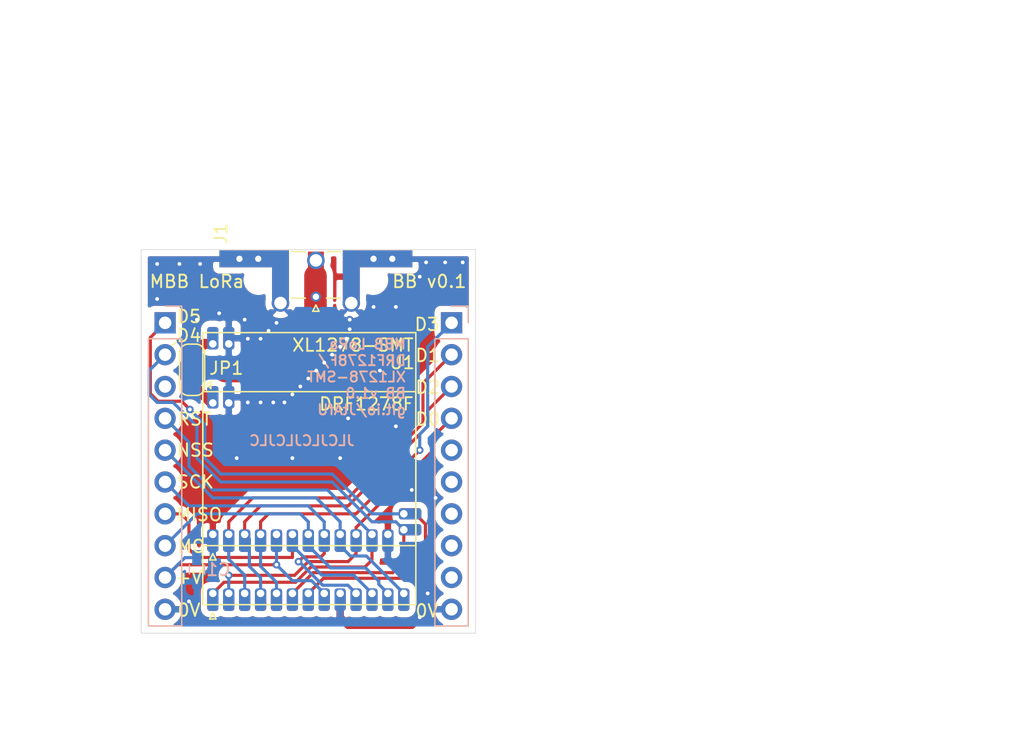
<source format=kicad_pcb>
(kicad_pcb (version 20171130) (host pcbnew "(5.1.9)-1")

  (general
    (thickness 1.6002)
    (drawings 28)
    (tracks 208)
    (zones 0)
    (modules 7)
    (nets 23)
  )

  (page A4)
  (layers
    (0 Front signal)
    (31 Back signal)
    (34 B.Paste user)
    (35 F.Paste user)
    (36 B.SilkS user)
    (37 F.SilkS user)
    (38 B.Mask user)
    (39 F.Mask user)
    (40 Dwgs.User user)
    (41 Cmts.User user)
    (44 Edge.Cuts user)
    (45 Margin user)
    (46 B.CrtYd user)
    (47 F.CrtYd user)
    (48 B.Fab user)
    (49 F.Fab user)
  )

  (setup
    (last_trace_width 0.25)
    (user_trace_width 0.15)
    (user_trace_width 0.2)
    (user_trace_width 0.25)
    (user_trace_width 0.4)
    (user_trace_width 0.6)
    (user_trace_width 1)
    (user_trace_width 1.5)
    (user_trace_width 2)
    (user_trace_width 2.65)
    (trace_clearance 0.127)
    (zone_clearance 0.508)
    (zone_45_only no)
    (trace_min 0.127)
    (via_size 0.6)
    (via_drill 0.3)
    (via_min_size 0.6)
    (via_min_drill 0.3)
    (user_via 0.6 0.3)
    (user_via 0.9 0.4)
    (uvia_size 0.6858)
    (uvia_drill 0.3302)
    (uvias_allowed no)
    (uvia_min_size 0.2)
    (uvia_min_drill 0.1)
    (edge_width 0.0381)
    (segment_width 0.254)
    (pcb_text_width 0.3048)
    (pcb_text_size 1.524 1.524)
    (mod_edge_width 0.1524)
    (mod_text_size 0.8128 0.8128)
    (mod_text_width 0.1524)
    (pad_size 0.89 2.665)
    (pad_drill 0)
    (pad_to_mask_clearance 0)
    (solder_mask_min_width 0.12)
    (aux_axis_origin 0 0)
    (visible_elements 7FFFFFFF)
    (pcbplotparams
      (layerselection 0x010fc_ffffffff)
      (usegerberextensions false)
      (usegerberattributes true)
      (usegerberadvancedattributes true)
      (creategerberjobfile true)
      (excludeedgelayer true)
      (linewidth 0.100000)
      (plotframeref false)
      (viasonmask false)
      (mode 1)
      (useauxorigin false)
      (hpglpennumber 1)
      (hpglpenspeed 20)
      (hpglpendiameter 15.000000)
      (psnegative false)
      (psa4output false)
      (plotreference true)
      (plotvalue true)
      (plotinvisibletext false)
      (padsonsilk false)
      (subtractmaskfromsilk true)
      (outputformat 1)
      (mirror false)
      (drillshape 0)
      (scaleselection 1)
      (outputdirectory ""))
  )

  (net 0 "")
  (net 1 "Net-(J1-Pad1)")
  (net 2 GND)
  (net 3 VCC)
  (net 4 MOSI)
  (net 5 MISO)
  (net 6 SCK)
  (net 7 NSS)
  (net 8 RESET)
  (net 9 "Net-(J2-Pad3)")
  (net 10 DIO4)
  (net 11 DIO5)
  (net 12 DIO3)
  (net 13 DIO1)
  (net 14 DIO2)
  (net 15 DIO0)
  (net 16 "Net-(J3-Pad5)")
  (net 17 "Net-(J3-Pad6)")
  (net 18 "Net-(J3-Pad7)")
  (net 19 "Net-(J3-Pad8)")
  (net 20 "Net-(J3-Pad9)")
  (net 21 "Net-(JP1-Pad1)")
  (net 22 "Net-(JP1-Pad3)")

  (net_class Default "This is the default net class."
    (clearance 0.127)
    (trace_width 0.127)
    (via_dia 0.6)
    (via_drill 0.3)
    (uvia_dia 0.6858)
    (uvia_drill 0.3302)
    (diff_pair_width 0.1524)
    (diff_pair_gap 0.254)
    (add_net DIO0)
    (add_net DIO1)
    (add_net DIO2)
    (add_net DIO3)
    (add_net DIO4)
    (add_net DIO5)
    (add_net GND)
    (add_net MISO)
    (add_net MOSI)
    (add_net NSS)
    (add_net "Net-(J1-Pad1)")
    (add_net "Net-(J2-Pad3)")
    (add_net "Net-(J3-Pad5)")
    (add_net "Net-(J3-Pad6)")
    (add_net "Net-(J3-Pad7)")
    (add_net "Net-(J3-Pad8)")
    (add_net "Net-(J3-Pad9)")
    (add_net "Net-(JP1-Pad1)")
    (add_net "Net-(JP1-Pad3)")
    (add_net RESET)
    (add_net SCK)
    (add_net VCC)
  )

  (module "My footprints:SMA_EdgeMount_Holes" (layer Front) (tedit 603A56AA) (tstamp 603B2255)
    (at 155.544 81.407 180)
    (descr "Connector SMA, 0Hz to 20GHz, 50Ohm, Edge Mount (http://suddendocs.samtec.com/prints/sma-j-p-x-st-em1-mkt.pdf)")
    (tags "SMA Straight Samtec Edge Mount")
    (path /60306FAD)
    (attr smd)
    (fp_text reference J1 (at 7.589 3.429 270) (layer F.SilkS)
      (effects (font (size 1 1) (thickness 0.15)))
    )
    (fp_text value Conn_Coaxial (at 6.192 7.493 270) (layer F.Fab)
      (effects (font (size 1 1) (thickness 0.15)))
    )
    (fp_text user %R (at 9.095 0 180) (layer F.Fab)
      (effects (font (size 1 1) (thickness 0.15)))
    )
    (fp_text user "PCB Edge" (at 0.127 2.6035 180) (layer Dwgs.User)
      (effects (font (size 0.5 0.5) (thickness 0.08)))
    )
    (fp_text user "Board Thickness: 1.57mm" (at 4.922 12.192 270) (layer Cmts.User)
      (effects (font (size 1 1) (thickness 0.15)))
    )
    (fp_line (start 0.84 -1.71) (end 1.95 -1.71) (layer F.SilkS) (width 0.12))
    (fp_line (start -1.95 -1.71) (end -0.84 -1.71) (layer F.SilkS) (width 0.12))
    (fp_line (start 0.84 2) (end 1.95 2) (layer F.SilkS) (width 0.12))
    (fp_line (start -1.95 2) (end -0.84 2) (layer F.SilkS) (width 0.12))
    (fp_line (start 3.68 2.6) (end 3.68 12.12) (layer B.CrtYd) (width 0.05))
    (fp_line (start 4 2.6) (end 3.68 2.6) (layer B.CrtYd) (width 0.05))
    (fp_line (start -3.68 12.12) (end -3.68 2.6) (layer B.CrtYd) (width 0.05))
    (fp_line (start -3.68 2.6) (end -4 2.6) (layer B.CrtYd) (width 0.05))
    (fp_line (start 3.68 2.6) (end 3.68 12.12) (layer F.CrtYd) (width 0.05))
    (fp_line (start 3.68 2.6) (end 4 2.6) (layer F.CrtYd) (width 0.05))
    (fp_line (start -3.68 12.12) (end -3.68 2.6) (layer F.CrtYd) (width 0.05))
    (fp_line (start -3.68 2.6) (end -4 2.6) (layer F.CrtYd) (width 0.05))
    (fp_line (start 4.1 2.1) (end -4.1 2.1) (layer Dwgs.User) (width 0.1))
    (fp_line (start -3.175 -1.71) (end -3.175 11.62) (layer F.Fab) (width 0.1))
    (fp_line (start -2.365 -1.71) (end -3.175 -1.71) (layer F.Fab) (width 0.1))
    (fp_line (start -2.365 2.1) (end -2.365 -1.71) (layer F.Fab) (width 0.1))
    (fp_line (start 2.365 2.1) (end -2.365 2.1) (layer F.Fab) (width 0.1))
    (fp_line (start 2.365 -1.71) (end 2.365 2.1) (layer F.Fab) (width 0.1))
    (fp_line (start 3.175 -1.71) (end 2.365 -1.71) (layer F.Fab) (width 0.1))
    (fp_line (start 3.175 -1.71) (end 3.175 11.62) (layer F.Fab) (width 0.1))
    (fp_line (start 3.165 11.62) (end -3.165 11.62) (layer F.Fab) (width 0.1))
    (fp_line (start -4 -2.6) (end 4 -2.6) (layer B.CrtYd) (width 0.05))
    (fp_line (start -4 2.6) (end -4 -2.6) (layer B.CrtYd) (width 0.05))
    (fp_line (start 3.68 12.12) (end -3.68 12.12) (layer B.CrtYd) (width 0.05))
    (fp_line (start 4 2.6) (end 4 -2.6) (layer B.CrtYd) (width 0.05))
    (fp_line (start -4 -2.6) (end 4 -2.6) (layer F.CrtYd) (width 0.05))
    (fp_line (start -4 2.6) (end -4 -2.6) (layer F.CrtYd) (width 0.05))
    (fp_line (start 3.68 12.12) (end -3.68 12.12) (layer F.CrtYd) (width 0.05))
    (fp_line (start 4 2.6) (end 4 -2.6) (layer F.CrtYd) (width 0.05))
    (fp_line (start 0.64 2.1) (end 0 3.1) (layer F.Fab) (width 0.1))
    (fp_line (start 0 3.1) (end -0.64 2.1) (layer F.Fab) (width 0.1))
    (fp_line (start 0 -2.26) (end 0.25 -2.76) (layer F.SilkS) (width 0.12))
    (fp_line (start 0.25 -2.76) (end -0.25 -2.76) (layer F.SilkS) (width 0.12))
    (fp_line (start -0.25 -2.76) (end 0 -2.26) (layer F.SilkS) (width 0.12))
    (pad 2 smd rect (at -5.6 1.425 270) (size 1.35 4.2) (layers Back B.Mask)
      (net 2 GND))
    (pad 2 smd rect (at 5.6 1.425 270) (size 1.35 4.2) (layers Back B.Mask)
      (net 2 GND))
    (pad 2 thru_hole circle (at 6.1 1.425 180) (size 0.8 0.8) (drill 0.5) (layers *.Cu *.Mask)
      (net 2 GND))
    (pad 2 thru_hole circle (at 4.6 1.425 180) (size 0.8 0.8) (drill 0.5) (layers *.Cu *.Mask)
      (net 2 GND))
    (pad 2 thru_hole circle (at -6.1 1.425 180) (size 0.8 0.8) (drill 0.5) (layers *.Cu *.Mask)
      (net 2 GND))
    (pad 2 thru_hole circle (at -4.6 1.425 180) (size 0.8 0.8) (drill 0.5) (layers *.Cu *.Mask)
      (net 2 GND))
    (pad "" np_thru_hole circle (at -4.572 -0.254 180) (size 1.4 1.4) (drill 1.4) (layers *.Mask Front))
    (pad "" np_thru_hole circle (at 4.572 -0.254 180) (size 1.4 1.4) (drill 1.4) (layers *.Mask Front))
    (pad 1 thru_hole circle (at 0 -1.6 180) (size 0.8 0.8) (drill 0.5) (layers *.Cu *.Mask)
      (net 1 "Net-(J1-Pad1)"))
    (pad 1 thru_hole circle (at 0 1.3 180) (size 1.4 1.4) (drill 1) (layers *.Cu *.Mask)
      (net 1 "Net-(J1-Pad1)"))
    (pad 2 thru_hole circle (at -2.825 -2.1 180) (size 1.4 1.4) (drill 1) (layers *.Cu *.Mask)
      (net 2 GND))
    (pad 2 thru_hole circle (at 2.825 -2.1 180) (size 1.4 1.4) (drill 1) (layers *.Cu *.Mask)
      (net 2 GND))
    (pad 2 smd rect (at -5.6 1.425 270) (size 1.35 4.2) (layers Front F.Mask)
      (net 2 GND))
    (pad 2 smd rect (at 5.6 1.425 270) (size 1.35 4.2) (layers Front F.Mask)
      (net 2 GND))
    (pad 2 smd rect (at -2.825 0 180) (size 1.35 4.2) (layers Back B.Mask)
      (net 2 GND))
    (pad 2 smd rect (at 2.825 0 180) (size 1.35 4.2) (layers Back B.Mask)
      (net 2 GND))
    (pad 2 smd rect (at -2.825 0 180) (size 1.35 4.2) (layers Front F.Mask)
      (net 2 GND))
    (pad 2 smd rect (at 2.825 0 180) (size 1.35 4.2) (layers Front F.Mask)
      (net 2 GND))
    (pad 1 smd rect (at 0 0.2 180) (size 1.27 3.6) (layers Front F.Mask)
      (net 1 "Net-(J1-Pad1)"))
    (model ${KISYS3DMOD}/Connector_Coaxial.3dshapes/SMA_Samtec_SMA-J-P-X-ST-EM1_EdgeMount.wrl
      (at (xyz 0 0 0))
      (scale (xyz 1 1 1))
      (rotate (xyz 0 0 0))
    )
  )

  (module "My footprints:DRF1278F" (layer Front) (tedit 60383E40) (tstamp 6031CDD6)
    (at 143.51 103.77 90)
    (path /60303A0F)
    (fp_text reference U2 (at 10.7425 18.796) (layer F.Fab)
      (effects (font (size 1 1) (thickness 0.15)))
    )
    (fp_text value DRF1278F (at 12.203 16.0655) (layer F.SilkS)
      (effects (font (size 1 1) (thickness 0.15)))
    )
    (fp_line (start -4.445 20.01) (end -4.445 3.01) (layer F.CrtYd) (width 0.12))
    (fp_line (start 13.75 20.01) (end -4.445 20.01) (layer F.CrtYd) (width 0.12))
    (fp_line (start 13.75 3.01) (end 13.75 20.01) (layer F.CrtYd) (width 0.12))
    (fp_line (start -4.445 3.01) (end 13.75 3.01) (layer F.CrtYd) (width 0.12))
    (fp_line (start -3.81 3.01) (end -3.81 20.01) (layer F.SilkS) (width 0.12))
    (fp_line (start -3.81 20.01) (end 13.19 20.01) (layer F.SilkS) (width 0.12))
    (fp_line (start 13.19 3.01) (end 13.19 20.01) (layer F.SilkS) (width 0.12))
    (fp_line (start -3.81 3.01) (end 13.19 3.01) (layer F.SilkS) (width 0.12))
    (fp_line (start -4.445 3.81) (end -4.953 3.556) (layer F.SilkS) (width 0.12))
    (fp_line (start -4.953 3.556) (end -4.953 4.064) (layer F.SilkS) (width 0.12))
    (fp_line (start -4.953 4.064) (end -4.445 3.81) (layer F.SilkS) (width 0.12))
    (pad 13 thru_hole roundrect (at -2.91 19.05 90) (size 1.8 0.9) (drill 0.6 (offset -0.5 0)) (layers *.Cu *.Mask) (roundrect_rratio 0.25)
      (net 7 NSS))
    (pad 12 thru_hole roundrect (at -2.91 17.78 90) (size 1.8 0.9) (drill 0.6 (offset -0.5 0)) (layers *.Cu *.Mask) (roundrect_rratio 0.25)
      (net 4 MOSI))
    (pad 11 thru_hole roundrect (at -2.91 16.51 90) (size 1.8 0.9) (drill 0.6 (offset -0.5 0)) (layers *.Cu *.Mask) (roundrect_rratio 0.25)
      (net 5 MISO))
    (pad 10 thru_hole roundrect (at -2.91 15.24 90) (size 1.8 0.9) (drill 0.6 (offset -0.5 0)) (layers *.Cu *.Mask) (roundrect_rratio 0.25)
      (net 6 SCK))
    (pad 9 thru_hole roundrect (at -2.91 13.97 90) (size 1.8 0.9) (drill 0.6 (offset -0.5 0)) (layers *.Cu *.Mask) (roundrect_rratio 0.25)
      (net 2 GND))
    (pad 8 thru_hole roundrect (at -2.91 12.7 90) (size 1.8 0.9) (drill 0.6 (offset -0.5 0)) (layers *.Cu *.Mask) (roundrect_rratio 0.25)
      (net 3 VCC))
    (pad 7 thru_hole roundrect (at -2.91 11.43 90) (size 1.8 0.9) (drill 0.6 (offset -0.5 0)) (layers *.Cu *.Mask) (roundrect_rratio 0.25)
      (net 11 DIO5))
    (pad 6 thru_hole roundrect (at -2.91 10.16 90) (size 1.8 0.9) (drill 0.6 (offset -0.5 0)) (layers *.Cu *.Mask) (roundrect_rratio 0.25)
      (net 10 DIO4))
    (pad 5 thru_hole roundrect (at -2.91 8.89 90) (size 1.8 0.9) (drill 0.6 (offset -0.5 0)) (layers *.Cu *.Mask) (roundrect_rratio 0.25)
      (net 12 DIO3))
    (pad 4 thru_hole roundrect (at -2.91 7.62 90) (size 1.8 0.9) (drill 0.6 (offset -0.5 0)) (layers *.Cu *.Mask) (roundrect_rratio 0.25)
      (net 14 DIO2))
    (pad 3 thru_hole roundrect (at -2.91 6.35 90) (size 1.8 0.9) (drill 0.6 (offset -0.5 0)) (layers *.Cu *.Mask) (roundrect_rratio 0.25)
      (net 13 DIO1))
    (pad 2 thru_hole roundrect (at -2.91 5.08 90) (size 1.8 0.9) (drill 0.6 (offset -0.5 0)) (layers *.Cu *.Mask) (roundrect_rratio 0.25)
      (net 15 DIO0))
    (pad 14 thru_hole roundrect (at 12.29 5.08 90) (size 1.8 0.9) (drill 0.6 (offset 0.45 0)) (layers *.Cu *.Mask) (roundrect_rratio 0.25)
      (net 2 GND))
    (pad 15 thru_hole roundrect (at 12.29 3.81 90) (size 1.8 0.9) (drill 0.6 (offset 0.45 0)) (layers *.Cu *.Mask) (roundrect_rratio 0.25)
      (net 21 "Net-(JP1-Pad1)"))
    (pad 1 thru_hole roundrect (at -2.91 3.81 90) (size 1.8 0.9) (drill 0.6 (offset -0.5 0)) (layers *.Cu *.Mask) (roundrect_rratio 0.25)
      (net 8 RESET))
  )

  (module "My footprints:XL1278-SMT" (layer Front) (tedit 60383DA0) (tstamp 60314620)
    (at 143.51 99.06 90)
    (path /603034E0)
    (fp_text reference U1 (at 10.795 18.923) (layer F.SilkS)
      (effects (font (size 1 1) (thickness 0.15)))
    )
    (fp_text value XL1278-SMT (at 12.192 14.986) (layer F.SilkS)
      (effects (font (size 1 1) (thickness 0.15)))
    )
    (fp_line (start -4.445 20.55) (end -4.445 3.01) (layer F.CrtYd) (width 0.12))
    (fp_line (start 13.75 20.55) (end -4.445 20.55) (layer F.CrtYd) (width 0.12))
    (fp_line (start 13.75 3.01) (end 13.75 20.55) (layer F.CrtYd) (width 0.12))
    (fp_line (start -4.445 3.01) (end 13.75 3.01) (layer F.CrtYd) (width 0.12))
    (fp_line (start -4.953 4.064) (end -4.445 3.81) (layer F.SilkS) (width 0.12))
    (fp_line (start -4.953 3.556) (end -4.953 4.064) (layer F.SilkS) (width 0.12))
    (fp_line (start -4.445 3.81) (end -4.953 3.556) (layer F.SilkS) (width 0.12))
    (fp_line (start -3.81 3.01) (end 13.19 3.01) (layer F.SilkS) (width 0.12))
    (fp_line (start 13.19 3.01) (end 13.19 20.01) (layer F.SilkS) (width 0.12))
    (fp_line (start -3.81 20.01) (end 13.19 20.01) (layer F.SilkS) (width 0.12))
    (fp_line (start -3.81 3.01) (end -3.81 20.01) (layer F.SilkS) (width 0.12))
    (pad 14 thru_hole roundrect (at -1.27 19.05 180) (size 1.8 0.9) (drill 0.6 (offset -0.5 0)) (layers *.Cu *.Mask) (roundrect_rratio 0.25)
      (net 11 DIO5))
    (pad 13 thru_hole roundrect (at -2.54 19.05 180) (size 1.8 0.9) (drill 0.6 (offset -0.5 0)) (layers *.Cu *.Mask) (roundrect_rratio 0.25)
      (net 10 DIO4))
    (pad 12 thru_hole roundrect (at -2.91 17.78 90) (size 1.8 0.9) (drill 0.6 (offset -0.5 0)) (layers *.Cu *.Mask) (roundrect_rratio 0.25)
      (net 2 GND))
    (pad 11 thru_hole roundrect (at -2.91 16.51 90) (size 1.8 0.9) (drill 0.6 (offset -0.5 0)) (layers *.Cu *.Mask) (roundrect_rratio 0.25)
      (net 8 RESET))
    (pad 10 thru_hole roundrect (at -2.91 15.24 90) (size 1.8 0.9) (drill 0.6 (offset -0.5 0)) (layers *.Cu *.Mask) (roundrect_rratio 0.25)
      (net 15 DIO0))
    (pad 9 thru_hole roundrect (at -2.91 13.97 90) (size 1.8 0.9) (drill 0.6 (offset -0.5 0)) (layers *.Cu *.Mask) (roundrect_rratio 0.25)
      (net 7 NSS))
    (pad 8 thru_hole roundrect (at -2.91 12.7 90) (size 1.8 0.9) (drill 0.6 (offset -0.5 0)) (layers *.Cu *.Mask) (roundrect_rratio 0.25)
      (net 6 SCK))
    (pad 7 thru_hole roundrect (at -2.91 11.43 90) (size 1.8 0.9) (drill 0.6 (offset -0.5 0)) (layers *.Cu *.Mask) (roundrect_rratio 0.25)
      (net 4 MOSI))
    (pad 6 thru_hole roundrect (at -2.91 10.16 90) (size 1.8 0.9) (drill 0.6 (offset -0.5 0)) (layers *.Cu *.Mask) (roundrect_rratio 0.25)
      (net 5 MISO))
    (pad 5 thru_hole roundrect (at -2.91 8.89 90) (size 1.8 0.9) (drill 0.6 (offset -0.5 0)) (layers *.Cu *.Mask) (roundrect_rratio 0.25)
      (net 3 VCC))
    (pad 4 thru_hole roundrect (at -2.91 7.62 90) (size 1.8 0.9) (drill 0.6 (offset -0.5 0)) (layers *.Cu *.Mask) (roundrect_rratio 0.25)
      (net 12 DIO3))
    (pad 3 thru_hole roundrect (at -2.91 6.35 90) (size 1.8 0.9) (drill 0.6 (offset -0.5 0)) (layers *.Cu *.Mask) (roundrect_rratio 0.25)
      (net 14 DIO2))
    (pad 2 thru_hole roundrect (at -2.91 5.08 90) (size 1.8 0.9) (drill 0.6 (offset -0.5 0)) (layers *.Cu *.Mask) (roundrect_rratio 0.25)
      (net 13 DIO1))
    (pad 15 thru_hole roundrect (at 12.29 5.08 90) (size 1.8 0.9) (drill 0.6 (offset 0.45 0)) (layers *.Cu *.Mask) (roundrect_rratio 0.25)
      (net 2 GND))
    (pad 16 thru_hole roundrect (at 12.29 3.81 90) (size 1.8 0.9) (drill 0.6 (offset 0.45 0)) (layers *.Cu *.Mask) (roundrect_rratio 0.25)
      (net 22 "Net-(JP1-Pad3)"))
    (pad 1 thru_hole roundrect (at -2.91 3.81 90) (size 1.8 0.9) (drill 0.6 (offset -0.5 0)) (layers *.Cu *.Mask) (roundrect_rratio 0.25)
      (net 2 GND))
  )

  (module Capacitors_SMD:C_0603_HandSoldering (layer Back) (tedit 58AA848B) (tstamp 60319BBC)
    (at 146.05 104.775 270)
    (descr "Capacitor SMD 0603, hand soldering")
    (tags "capacitor 0603")
    (path /6035BFEB)
    (attr smd)
    (fp_text reference C1 (at 0 -1.7145 180) (layer B.SilkS)
      (effects (font (size 1 1) (thickness 0.15)) (justify mirror))
    )
    (fp_text value 0.1uF (at 0 -1.5 90) (layer B.Fab)
      (effects (font (size 1 1) (thickness 0.15)) (justify mirror))
    )
    (fp_line (start 1.8 -0.65) (end -1.8 -0.65) (layer B.CrtYd) (width 0.05))
    (fp_line (start 1.8 -0.65) (end 1.8 0.65) (layer B.CrtYd) (width 0.05))
    (fp_line (start -1.8 0.65) (end -1.8 -0.65) (layer B.CrtYd) (width 0.05))
    (fp_line (start -1.8 0.65) (end 1.8 0.65) (layer B.CrtYd) (width 0.05))
    (fp_line (start 0.35 -0.6) (end -0.35 -0.6) (layer B.SilkS) (width 0.12))
    (fp_line (start -0.35 0.6) (end 0.35 0.6) (layer B.SilkS) (width 0.12))
    (fp_line (start -0.8 0.4) (end 0.8 0.4) (layer B.Fab) (width 0.1))
    (fp_line (start 0.8 0.4) (end 0.8 -0.4) (layer B.Fab) (width 0.1))
    (fp_line (start 0.8 -0.4) (end -0.8 -0.4) (layer B.Fab) (width 0.1))
    (fp_line (start -0.8 -0.4) (end -0.8 0.4) (layer B.Fab) (width 0.1))
    (fp_text user %R (at 0 1.25 90) (layer B.Fab)
      (effects (font (size 1 1) (thickness 0.15)) (justify mirror))
    )
    (pad 1 smd rect (at -0.95 0 270) (size 1.2 0.75) (layers Back B.Paste B.Mask)
      (net 3 VCC))
    (pad 2 smd rect (at 0.95 0 270) (size 1.2 0.75) (layers Back B.Paste B.Mask)
      (net 2 GND))
    (model Capacitors_SMD.3dshapes/C_0603.wrl
      (at (xyz 0 0 0))
      (scale (xyz 1 1 1))
      (rotate (xyz 0 0 0))
    )
  )

  (module Connector_PinHeader_2.54mm:PinHeader_1x10_P2.54mm_Vertical locked (layer Back) (tedit 59FED5CC) (tstamp 60333EF0)
    (at 166.37 85.09 180)
    (descr "Through hole straight pin header, 1x10, 2.54mm pitch, single row")
    (tags "Through hole pin header THT 1x10 2.54mm single row")
    (path /603201F9)
    (fp_text reference J3 (at 1.016 0.9525 180) (layer F.Fab)
      (effects (font (size 1 1) (thickness 0.15)))
    )
    (fp_text value Conn_01x10 (at -3.175 -19.685 90) (layer F.Fab)
      (effects (font (size 1 1) (thickness 0.15)))
    )
    (fp_line (start 1.8 1.8) (end -1.8 1.8) (layer B.CrtYd) (width 0.05))
    (fp_line (start 1.8 -24.65) (end 1.8 1.8) (layer B.CrtYd) (width 0.05))
    (fp_line (start -1.8 -24.65) (end 1.8 -24.65) (layer B.CrtYd) (width 0.05))
    (fp_line (start -1.8 1.8) (end -1.8 -24.65) (layer B.CrtYd) (width 0.05))
    (fp_line (start -1.33 1.33) (end 0 1.33) (layer B.SilkS) (width 0.12))
    (fp_line (start -1.33 0) (end -1.33 1.33) (layer B.SilkS) (width 0.12))
    (fp_line (start -1.33 -1.27) (end 1.33 -1.27) (layer B.SilkS) (width 0.12))
    (fp_line (start 1.33 -1.27) (end 1.33 -24.19) (layer B.SilkS) (width 0.12))
    (fp_line (start -1.33 -1.27) (end -1.33 -24.19) (layer B.SilkS) (width 0.12))
    (fp_line (start -1.33 -24.19) (end 1.33 -24.19) (layer B.SilkS) (width 0.12))
    (fp_line (start -1.27 0.635) (end -0.635 1.27) (layer B.Fab) (width 0.1))
    (fp_line (start -1.27 -24.13) (end -1.27 0.635) (layer B.Fab) (width 0.1))
    (fp_line (start 1.27 -24.13) (end -1.27 -24.13) (layer B.Fab) (width 0.1))
    (fp_line (start 1.27 1.27) (end 1.27 -24.13) (layer B.Fab) (width 0.1))
    (fp_line (start -0.635 1.27) (end 1.27 1.27) (layer B.Fab) (width 0.1))
    (fp_text user %R (at 0 -11.43 270) (layer B.Fab)
      (effects (font (size 1 1) (thickness 0.15)) (justify mirror))
    )
    (pad 10 thru_hole oval (at 0 -22.86 180) (size 1.7 1.7) (drill 1) (layers *.Cu *.Mask)
      (net 2 GND))
    (pad 9 thru_hole oval (at 0 -20.32 180) (size 1.7 1.7) (drill 1) (layers *.Cu *.Mask)
      (net 20 "Net-(J3-Pad9)"))
    (pad 8 thru_hole oval (at 0 -17.78 180) (size 1.7 1.7) (drill 1) (layers *.Cu *.Mask)
      (net 19 "Net-(J3-Pad8)"))
    (pad 7 thru_hole oval (at 0 -15.24 180) (size 1.7 1.7) (drill 1) (layers *.Cu *.Mask)
      (net 18 "Net-(J3-Pad7)"))
    (pad 6 thru_hole oval (at 0 -12.7 180) (size 1.7 1.7) (drill 1) (layers *.Cu *.Mask)
      (net 17 "Net-(J3-Pad6)"))
    (pad 5 thru_hole oval (at 0 -10.16 180) (size 1.7 1.7) (drill 1) (layers *.Cu *.Mask)
      (net 16 "Net-(J3-Pad5)"))
    (pad 4 thru_hole oval (at 0 -7.62 180) (size 1.7 1.7) (drill 1) (layers *.Cu *.Mask)
      (net 15 DIO0))
    (pad 3 thru_hole oval (at 0 -5.08 180) (size 1.7 1.7) (drill 1) (layers *.Cu *.Mask)
      (net 14 DIO2))
    (pad 2 thru_hole oval (at 0 -2.54 180) (size 1.7 1.7) (drill 1) (layers *.Cu *.Mask)
      (net 13 DIO1))
    (pad 1 thru_hole rect (at 0 0 180) (size 1.7 1.7) (drill 1) (layers *.Cu *.Mask)
      (net 12 DIO3))
    (model ${KISYS3DMOD}/Connector_PinHeader_2.54mm.3dshapes/PinHeader_1x10_P2.54mm_Vertical.wrl
      (at (xyz 0 0 0))
      (scale (xyz 1 1 1))
      (rotate (xyz 0 0 0))
    )
  )

  (module Connector_PinHeader_2.54mm:PinHeader_1x10_P2.54mm_Vertical locked (layer Back) (tedit 59FED5CC) (tstamp 60333E05)
    (at 143.51 85.09 180)
    (descr "Through hole straight pin header, 1x10, 2.54mm pitch, single row")
    (tags "Through hole pin header THT 1x10 2.54mm single row")
    (path /6031EDF1)
    (fp_text reference J2 (at 0.889 0.9525) (layer F.Fab)
      (effects (font (size 1 1) (thickness 0.15)))
    )
    (fp_text value Conn_01x10 (at 2.921 -20.3835 90) (layer F.Fab)
      (effects (font (size 1 1) (thickness 0.15)))
    )
    (fp_line (start 1.8 1.8) (end -1.8 1.8) (layer B.CrtYd) (width 0.05))
    (fp_line (start 1.8 -24.65) (end 1.8 1.8) (layer B.CrtYd) (width 0.05))
    (fp_line (start -1.8 -24.65) (end 1.8 -24.65) (layer B.CrtYd) (width 0.05))
    (fp_line (start -1.8 1.8) (end -1.8 -24.65) (layer B.CrtYd) (width 0.05))
    (fp_line (start -1.33 1.33) (end 0 1.33) (layer B.SilkS) (width 0.12))
    (fp_line (start -1.33 0) (end -1.33 1.33) (layer B.SilkS) (width 0.12))
    (fp_line (start -1.33 -1.27) (end 1.33 -1.27) (layer B.SilkS) (width 0.12))
    (fp_line (start 1.33 -1.27) (end 1.33 -24.19) (layer B.SilkS) (width 0.12))
    (fp_line (start -1.33 -1.27) (end -1.33 -24.19) (layer B.SilkS) (width 0.12))
    (fp_line (start -1.33 -24.19) (end 1.33 -24.19) (layer B.SilkS) (width 0.12))
    (fp_line (start -1.27 0.635) (end -0.635 1.27) (layer B.Fab) (width 0.1))
    (fp_line (start -1.27 -24.13) (end -1.27 0.635) (layer B.Fab) (width 0.1))
    (fp_line (start 1.27 -24.13) (end -1.27 -24.13) (layer B.Fab) (width 0.1))
    (fp_line (start 1.27 1.27) (end 1.27 -24.13) (layer B.Fab) (width 0.1))
    (fp_line (start -0.635 1.27) (end 1.27 1.27) (layer B.Fab) (width 0.1))
    (fp_text user %R (at 0 -11.43 270) (layer B.Fab)
      (effects (font (size 1 1) (thickness 0.15)) (justify mirror))
    )
    (pad 10 thru_hole oval (at 0 -22.86 180) (size 1.7 1.7) (drill 1) (layers *.Cu *.Mask)
      (net 2 GND))
    (pad 9 thru_hole oval (at 0 -20.32 180) (size 1.7 1.7) (drill 1) (layers *.Cu *.Mask)
      (net 3 VCC))
    (pad 8 thru_hole oval (at 0 -17.78 180) (size 1.7 1.7) (drill 1) (layers *.Cu *.Mask)
      (net 4 MOSI))
    (pad 7 thru_hole oval (at 0 -15.24 180) (size 1.7 1.7) (drill 1) (layers *.Cu *.Mask)
      (net 5 MISO))
    (pad 6 thru_hole oval (at 0 -12.7 180) (size 1.7 1.7) (drill 1) (layers *.Cu *.Mask)
      (net 6 SCK))
    (pad 5 thru_hole oval (at 0 -10.16 180) (size 1.7 1.7) (drill 1) (layers *.Cu *.Mask)
      (net 7 NSS))
    (pad 4 thru_hole oval (at 0 -7.62 180) (size 1.7 1.7) (drill 1) (layers *.Cu *.Mask)
      (net 8 RESET))
    (pad 3 thru_hole oval (at 0 -5.08 180) (size 1.7 1.7) (drill 1) (layers *.Cu *.Mask)
      (net 9 "Net-(J2-Pad3)"))
    (pad 2 thru_hole oval (at 0 -2.54 180) (size 1.7 1.7) (drill 1) (layers *.Cu *.Mask)
      (net 10 DIO4))
    (pad 1 thru_hole rect (at 0 0 180) (size 1.7 1.7) (drill 1) (layers *.Cu *.Mask)
      (net 11 DIO5))
    (model ${KISYS3DMOD}/Connector_PinHeader_2.54mm.3dshapes/PinHeader_1x10_P2.54mm_Vertical.wrl
      (at (xyz 0 0 0))
      (scale (xyz 1 1 1))
      (rotate (xyz 0 0 0))
    )
  )

  (module Jumper:SolderJumper-3_P1.3mm_Open_RoundedPad1.0x1.5mm (layer Front) (tedit 5B391EB7) (tstamp 6034659F)
    (at 145.669 88.8365 90)
    (descr "SMD Solder 3-pad Jumper, 1x1.5mm rounded Pads, 0.3mm gap, open")
    (tags "solder jumper open")
    (path /60334856)
    (attr virtual)
    (fp_text reference JP1 (at 0.127 2.7305 180) (layer F.SilkS)
      (effects (font (size 1 1) (thickness 0.15)))
    )
    (fp_text value SolderJumper_3_Open (at -0.0635 -5.461 90) (layer F.Fab)
      (effects (font (size 1 1) (thickness 0.15)))
    )
    (fp_line (start 2.3 1.25) (end -2.3 1.25) (layer F.CrtYd) (width 0.05))
    (fp_line (start 2.3 1.25) (end 2.3 -1.25) (layer F.CrtYd) (width 0.05))
    (fp_line (start -2.3 -1.25) (end -2.3 1.25) (layer F.CrtYd) (width 0.05))
    (fp_line (start -2.3 -1.25) (end 2.3 -1.25) (layer F.CrtYd) (width 0.05))
    (fp_line (start -1.4 -1) (end 1.4 -1) (layer F.SilkS) (width 0.12))
    (fp_line (start 2.05 -0.3) (end 2.05 0.3) (layer F.SilkS) (width 0.12))
    (fp_line (start 1.4 1) (end -1.4 1) (layer F.SilkS) (width 0.12))
    (fp_line (start -2.05 0.3) (end -2.05 -0.3) (layer F.SilkS) (width 0.12))
    (fp_line (start -1.2 1.2) (end -1.5 1.5) (layer F.SilkS) (width 0.12))
    (fp_line (start -1.5 1.5) (end -0.9 1.5) (layer F.SilkS) (width 0.12))
    (fp_line (start -1.2 1.2) (end -0.9 1.5) (layer F.SilkS) (width 0.12))
    (fp_arc (start -1.35 -0.3) (end -1.35 -1) (angle -90) (layer F.SilkS) (width 0.12))
    (fp_arc (start -1.35 0.3) (end -2.05 0.3) (angle -90) (layer F.SilkS) (width 0.12))
    (fp_arc (start 1.35 0.3) (end 1.35 1) (angle -90) (layer F.SilkS) (width 0.12))
    (fp_arc (start 1.35 -0.3) (end 2.05 -0.3) (angle -90) (layer F.SilkS) (width 0.12))
    (pad 2 smd rect (at 0 0 90) (size 1 1.5) (layers Front F.Mask)
      (net 1 "Net-(J1-Pad1)"))
    (pad 3 smd custom (at 1.3 0 90) (size 1 0.5) (layers Front F.Mask)
      (net 22 "Net-(JP1-Pad3)") (zone_connect 2)
      (options (clearance outline) (anchor rect))
      (primitives
        (gr_circle (center 0 0.25) (end 0.5 0.25) (width 0))
        (gr_circle (center 0 -0.25) (end 0.5 -0.25) (width 0))
        (gr_poly (pts
           (xy -0.55 -0.75) (xy 0 -0.75) (xy 0 0.75) (xy -0.55 0.75)) (width 0))
      ))
    (pad 1 smd custom (at -1.3 0 90) (size 1 0.5) (layers Front F.Mask)
      (net 21 "Net-(JP1-Pad1)") (zone_connect 2)
      (options (clearance outline) (anchor rect))
      (primitives
        (gr_circle (center 0 0.25) (end 0.5 0.25) (width 0))
        (gr_circle (center 0 -0.25) (end 0.5 -0.25) (width 0))
        (gr_poly (pts
           (xy 0.55 -0.75) (xy 0 -0.75) (xy 0 0.75) (xy 0.55 0.75)) (width 0))
      ))
  )

  (gr_text "MBB LoRa\nDRF1278F/\nXL1278-SMT\nBB v1.0\ngit.io/JtAfU" (at 162.814 89.408) (layer B.SilkS)
    (effects (font (size 0.8128 0.8128) (thickness 0.1524)) (justify left mirror))
  )
  (gr_text JLCJLCJLCJLC (at 154.432 94.488) (layer B.SilkS)
    (effects (font (size 0.8128 0.8128) (thickness 0.1524)) (justify mirror))
  )
  (gr_text "Pin spacing" (at 154.94 115.57) (layer Dwgs.User)
    (effects (font (size 1.016 1.016) (thickness 0.1524)))
  )
  (gr_line (start 144.145 86.868) (end 144.399 86.614) (layer F.SilkS) (width 0.1524))
  (gr_text "Rough antenna track sizing based on\nhttps://electronic-products-design.com/geek-area/electronics/\npcb-design/general-pcb-design/pcb-track-impedance\n\n2 layer 1.6mm PCB (1.48mm FR4) = 2.65mm (50.1165ohms)" (at 160.528 73.279) (layer Dwgs.User)
    (effects (font (size 1.016 1.016) (thickness 0.1524)) (justify left))
  )
  (dimension 30.607 (width 0.1524) (layer Dwgs.User)
    (gr_text "30.607 mm" (at 134.0612 94.5515 270) (layer Dwgs.User)
      (effects (font (size 1.016 1.016) (thickness 0.1524)))
    )
    (feature1 (pts (xy 141.605 109.855) (xy 134.795579 109.855)))
    (feature2 (pts (xy 141.605 79.248) (xy 134.795579 79.248)))
    (crossbar (pts (xy 135.382 79.248) (xy 135.382 109.855)))
    (arrow1a (pts (xy 135.382 109.855) (xy 134.795579 108.728496)))
    (arrow1b (pts (xy 135.382 109.855) (xy 135.968421 108.728496)))
    (arrow2a (pts (xy 135.382 79.248) (xy 134.795579 80.374504)))
    (arrow2b (pts (xy 135.382 79.248) (xy 135.968421 80.374504)))
  )
  (dimension 26.67 (width 0.1524) (layer Dwgs.User)
    (gr_text "26.670 mm" (at 154.94 65.6082) (layer Dwgs.User)
      (effects (font (size 1.016 1.016) (thickness 0.1524)))
    )
    (feature1 (pts (xy 168.275 79.248) (xy 168.275 66.342579)))
    (feature2 (pts (xy 141.605 79.248) (xy 141.605 66.342579)))
    (crossbar (pts (xy 141.605 66.929) (xy 168.275 66.929)))
    (arrow1a (pts (xy 168.275 66.929) (xy 167.148496 67.515421)))
    (arrow1b (pts (xy 168.275 66.929) (xy 167.148496 66.342579)))
    (arrow2a (pts (xy 141.605 66.929) (xy 142.731504 67.515421)))
    (arrow2b (pts (xy 141.605 66.929) (xy 142.731504 66.342579)))
  )
  (gr_text 0V (at 145.415 108.0135) (layer F.SilkS) (tstamp 60332DAD)
    (effects (font (size 1 1) (thickness 0.15)))
  )
  (gr_text D4 (at 145.415 86.106) (layer F.SilkS) (tstamp 603829CF)
    (effects (font (size 1 1) (thickness 0.15)))
  )
  (gr_text "BB v0.1" (at 161.544 81.788) (layer F.SilkS)
    (effects (font (size 1 1) (thickness 0.15)) (justify left))
  )
  (gr_text "MBB LoRa" (at 146.05 81.788) (layer F.SilkS)
    (effects (font (size 1 1) (thickness 0.15)))
  )
  (gr_text MO (at 145.6055 102.9335) (layer F.SilkS) (tstamp 60331C48)
    (effects (font (size 1 1) (thickness 0.15)))
  )
  (gr_text +V (at 145.415 105.41) (layer F.SilkS) (tstamp 60331B7C)
    (effects (font (size 1 1) (thickness 0.15)))
  )
  (gr_text RST (at 145.8595 92.7735) (layer F.SilkS)
    (effects (font (size 1 1) (thickness 0.15)))
  )
  (gr_text NSS (at 145.923 95.25) (layer F.SilkS)
    (effects (font (size 1 1) (thickness 0.15)))
  )
  (gr_text SCK (at 145.923 97.79) (layer F.SilkS)
    (effects (font (size 1 1) (thickness 0.15)))
  )
  (gr_text MISO (at 146.2405 100.3935) (layer F.SilkS)
    (effects (font (size 1 1) (thickness 0.15)))
  )
  (gr_text 0V (at 164.4015 108.077) (layer F.SilkS)
    (effects (font (size 1 1) (thickness 0.15)))
  )
  (gr_text D0 (at 164.465 92.7735) (layer F.SilkS)
    (effects (font (size 1 1) (thickness 0.15)))
  )
  (gr_text D2 (at 164.465 90.2335) (layer F.SilkS)
    (effects (font (size 1 1) (thickness 0.15)))
  )
  (gr_text D1 (at 164.465 87.6935) (layer F.SilkS)
    (effects (font (size 1 1) (thickness 0.15)))
  )
  (gr_text D3 (at 164.4015 85.217) (layer F.SilkS)
    (effects (font (size 1 1) (thickness 0.15)))
  )
  (gr_text D5 (at 145.415 84.582) (layer F.SilkS)
    (effects (font (size 1 1) (thickness 0.15)))
  )
  (gr_line (start 141.605 79.248) (end 141.605 109.855) (layer Edge.Cuts) (width 0.05) (tstamp 60319C75))
  (gr_line (start 168.275 79.248) (end 141.605 79.248) (layer Edge.Cuts) (width 0.05) (tstamp 603339B8))
  (gr_line (start 168.275 109.855) (end 168.275 79.248) (layer Edge.Cuts) (width 0.05))
  (gr_line (start 141.605 109.855) (end 168.275 109.855) (layer Edge.Cuts) (width 0.05))
  (dimension 22.86 (width 0.15) (layer Dwgs.User) (tstamp 60314696)
    (gr_text "22.860 mm" (at 154.94 118.14) (layer Dwgs.User) (tstamp 60314696)
      (effects (font (size 1 1) (thickness 0.15)))
    )
    (feature1 (pts (xy 166.37 107.95) (xy 166.37 117.426421)))
    (feature2 (pts (xy 143.51 107.95) (xy 143.51 117.426421)))
    (crossbar (pts (xy 143.51 116.84) (xy 166.37 116.84)))
    (arrow1a (pts (xy 166.37 116.84) (xy 165.243496 117.426421)))
    (arrow1b (pts (xy 166.37 116.84) (xy 165.243496 116.253579)))
    (arrow2a (pts (xy 143.51 116.84) (xy 144.636504 117.426421)))
    (arrow2b (pts (xy 143.51 116.84) (xy 144.636504 116.253579)))
  )

  (segment (start 145.669 88.8365) (end 148.336 88.8365) (width 1) (layer Front) (net 1))
  (segment (start 155.5115 81.3435) (end 155.5115 85.4075) (width 1.8) (layer Front) (net 1))
  (segment (start 148.336 88.8365) (end 150.4315 88.8365) (width 2) (layer Front) (net 1))
  (segment (start 152.0825 88.8365) (end 155.5115 85.4075) (width 2.65) (layer Front) (net 1))
  (segment (start 150.4315 88.8365) (end 152.0825 88.8365) (width 2.65) (layer Front) (net 1))
  (via (at 163.83 108.585) (size 0.6) (drill 0.3) (layers Front Back) (net 2))
  (via (at 145.415 107.315) (size 0.6) (drill 0.3) (layers Front Back) (net 2))
  (via (at 157.988 86.36) (size 0.6) (drill 0.3) (layers Front Back) (net 2))
  (via (at 156.845 87.63) (size 0.6) (drill 0.3) (layers Front Back) (net 2))
  (via (at 155.575 88.9) (size 0.6) (drill 0.3) (layers Front Back) (net 2))
  (via (at 156.21 88.265) (size 0.6) (drill 0.3) (layers Front Back) (net 2))
  (via (at 157.48 86.995) (size 0.6) (drill 0.3) (layers Front Back) (net 2))
  (via (at 154.94 89.535) (size 0.6) (drill 0.3) (layers Front Back) (net 2))
  (via (at 154.305 90.17) (size 0.6) (drill 0.3) (layers Front Back) (net 2))
  (via (at 153.67 90.805) (size 0.6) (drill 0.3) (layers Front Back) (net 2))
  (via (at 150.114 91.44) (size 0.6) (drill 0.3) (layers Front Back) (net 2))
  (via (at 151.13 91.44) (size 0.6) (drill 0.3) (layers Front Back) (net 2))
  (via (at 153.035 91.44) (size 0.6) (drill 0.3) (layers Front Back) (net 2))
  (via (at 151.765 85.725) (size 0.6) (drill 0.3) (layers Front Back) (net 2))
  (via (at 151.13 86.36) (size 0.6) (drill 0.3) (layers Front Back) (net 2))
  (via (at 150.114 86.36) (size 0.6) (drill 0.3) (layers Front Back) (net 2))
  (via (at 165.862 80.264) (size 0.6) (drill 0.3) (layers Front Back) (net 2))
  (via (at 142.875 83.185) (size 0.6) (drill 0.3) (layers Front Back) (net 2))
  (via (at 142.875 80.391) (size 0.6) (drill 0.3) (layers Front Back) (net 2))
  (via (at 149.86 84.836) (size 0.6) (drill 0.3) (layers Front Back) (net 2))
  (via (at 161.925 83.82) (size 0.6) (drill 0.3) (layers Front Back) (net 2))
  (via (at 160.655 88.9) (size 0.6) (drill 0.3) (layers Front Back) (net 2))
  (via (at 164.465 106.68) (size 0.6) (drill 0.3) (layers Front Back) (net 2))
  (segment (start 157.48 106.68) (end 157.48 108.585) (width 0.6) (layer Front) (net 2))
  (segment (start 157.48 108.585) (end 158.115 109.22) (width 0.6) (layer Front) (net 2))
  (segment (start 163.195 109.22) (end 163.83 108.585) (width 0.6) (layer Front) (net 2))
  (segment (start 158.115 109.22) (end 163.195 109.22) (width 0.6) (layer Front) (net 2))
  (segment (start 147.32 104.455) (end 147.32 101.97) (width 0.25) (layer Back) (net 2))
  (segment (start 146.05 105.725) (end 147.32 104.455) (width 0.25) (layer Back) (net 2))
  (via (at 149.225 95.885) (size 0.6) (drill 0.3) (layers Front Back) (net 2))
  (via (at 157.48 95.885) (size 0.6) (drill 0.3) (layers Front Back) (net 2))
  (via (at 161.925 93.345) (size 0.6) (drill 0.3) (layers Front Back) (net 2))
  (via (at 163.195 98.425) (size 0.6) (drill 0.3) (layers Front Back) (net 2))
  (via (at 165.1 99.06) (size 0.6) (drill 0.3) (layers Front Back) (net 2))
  (via (at 158.115 92.71) (size 0.6) (drill 0.3) (layers Front Back) (net 2))
  (via (at 153.67 95.885) (size 0.6) (drill 0.3) (layers Front Back) (net 2))
  (segment (start 152.7048 81.3816) (end 152.7048 83.8708) (width 0.25) (layer Front) (net 2))
  (segment (start 158.3548 86.1202) (end 158.115 86.36) (width 0.25) (layer Front) (net 2))
  (via (at 164.338 80.264) (size 0.6) (drill 0.3) (layers Front Back) (net 2))
  (via (at 167.259 80.264) (size 0.6) (drill 0.3) (layers Front Back) (net 2))
  (via (at 144.653 80.391) (size 0.6) (drill 0.3) (layers Front Back) (net 2))
  (via (at 146.304 80.391) (size 0.6) (drill 0.3) (layers Front Back) (net 2))
  (via (at 158.242 85.598) (size 0.6) (drill 0.3) (layers Front Back) (net 2))
  (via (at 158.242 84.836) (size 0.6) (drill 0.3) (layers Front Back) (net 2))
  (via (at 152.4 85.09) (size 0.6) (drill 0.3) (layers Front Back) (net 2))
  (via (at 152.146 91.44) (size 0.6) (drill 0.3) (layers Front Back) (net 2) (tstamp 603AF8EB))
  (via (at 147.828 84.328) (size 0.6) (drill 0.3) (layers Front Back) (net 2) (tstamp 603AFA42))
  (via (at 146.05 84.836) (size 0.6) (drill 0.3) (layers Front Back) (net 2) (tstamp 603AFA81))
  (via (at 160.147 83.82) (size 0.6) (drill 0.3) (layers Front Back) (net 2) (tstamp 603B26D3))
  (via (at 163.83 81.407) (size 0.6) (drill 0.3) (layers Front Back) (net 2) (tstamp 603B2711))
  (segment (start 156.21 106.68) (end 155.194 105.664) (width 0.25) (layer Back) (net 3))
  (segment (start 155.194 105.664) (end 153.67 105.664) (width 0.25) (layer Back) (net 3))
  (segment (start 152.4 104.394) (end 152.4 101.97) (width 0.25) (layer Back) (net 3))
  (segment (start 153.67 105.664) (end 152.4 104.394) (width 0.25) (layer Back) (net 3))
  (segment (start 143.51 105.41) (end 144.526 104.394) (width 0.25) (layer Front) (net 3))
  (via (at 152.4 104.394) (size 0.6) (drill 0.3) (layers Front Back) (net 3))
  (segment (start 145.7325 104.394) (end 152.4 104.394) (width 0.25) (layer Front) (net 3))
  (segment (start 145.6055 104.394) (end 145.7325 104.394) (width 0.25) (layer Front) (net 3))
  (segment (start 144.526 104.394) (end 145.6055 104.394) (width 0.25) (layer Front) (net 3))
  (segment (start 145.095 103.825) (end 146.05 103.825) (width 0.25) (layer Back) (net 3))
  (segment (start 143.51 105.41) (end 145.095 103.825) (width 0.25) (layer Back) (net 3))
  (segment (start 160.56499 105.95499) (end 160.56499 105.70099) (width 0.25) (layer Back) (net 4))
  (segment (start 161.29 106.68) (end 160.56499 105.95499) (width 0.25) (layer Back) (net 4))
  (segment (start 154.94 102.877834) (end 154.94 101.97) (width 0.25) (layer Back) (net 4))
  (segment (start 156.710166 104.648) (end 154.94 102.877834) (width 0.25) (layer Back) (net 4))
  (segment (start 159.512 104.648) (end 156.710166 104.648) (width 0.25) (layer Back) (net 4))
  (segment (start 160.56499 105.70099) (end 159.512 104.648) (width 0.25) (layer Back) (net 4))
  (segment (start 154.94 101.701828) (end 154.94 101.97) (width 0.25) (layer Back) (net 4))
  (segment (start 154.94 101.97) (end 154.94 100.965) (width 0.25) (layer Back) (net 4))
  (segment (start 154.94 100.965) (end 154.305 100.33) (width 0.25) (layer Back) (net 4))
  (segment (start 146.05 100.33) (end 143.51 102.87) (width 0.25) (layer Back) (net 4))
  (segment (start 154.305 100.33) (end 146.05 100.33) (width 0.25) (layer Back) (net 4))
  (segment (start 153.67 102.877834) (end 153.67 101.97) (width 0.25) (layer Back) (net 5))
  (segment (start 156.006157 105.213991) (end 153.67 102.877834) (width 0.25) (layer Back) (net 5))
  (segment (start 158.553991 105.213991) (end 156.006157 105.213991) (width 0.25) (layer Back) (net 5))
  (segment (start 160.02 106.68) (end 158.553991 105.213991) (width 0.25) (layer Back) (net 5))
  (segment (start 153.67 101.97) (end 153.67 103.812392) (width 0.25) (layer Front) (net 5))
  (segment (start 146.083354 103.812392) (end 145.415 103.144038) (width 0.25) (layer Front) (net 5))
  (segment (start 153.67 103.812392) (end 146.083354 103.812392) (width 0.25) (layer Front) (net 5))
  (segment (start 145.415 103.144038) (end 145.415 100.965) (width 0.25) (layer Front) (net 5))
  (segment (start 145.415 100.965) (end 144.78 100.33) (width 0.25) (layer Front) (net 5))
  (segment (start 144.78 100.33) (end 143.51 100.33) (width 0.25) (layer Front) (net 5))
  (segment (start 158.75 107.587834) (end 158.75 106.68) (width 0.25) (layer Front) (net 6))
  (segment (start 156.091162 106.02799) (end 154.203172 104.14) (width 0.25) (layer Back) (net 6))
  (segment (start 158.09799 106.02799) (end 156.091162 106.02799) (width 0.25) (layer Back) (net 6))
  (segment (start 158.75 106.68) (end 158.09799 106.02799) (width 0.25) (layer Back) (net 6))
  (segment (start 156.21 103.505) (end 155.95201 103.76299) (width 0.25) (layer Front) (net 6))
  (segment (start 156.21 101.97) (end 156.21 103.505) (width 0.25) (layer Front) (net 6))
  (via (at 154.155437 104.143917) (size 0.6) (drill 0.3) (layers Front Back) (net 6))
  (segment (start 154.301083 104.143917) (end 154.155437 104.143917) (width 0.25) (layer Front) (net 6))
  (segment (start 154.536364 103.76299) (end 154.155437 104.143917) (width 0.25) (layer Front) (net 6))
  (segment (start 155.95201 103.76299) (end 154.536364 103.76299) (width 0.25) (layer Front) (net 6))
  (segment (start 154.94 99.695) (end 145.415 99.695) (width 0.25) (layer Back) (net 6))
  (segment (start 156.21 100.965) (end 154.94 99.695) (width 0.25) (layer Back) (net 6))
  (segment (start 145.415 99.695) (end 143.51 97.79) (width 0.25) (layer Back) (net 6))
  (segment (start 156.21 101.97) (end 156.21 100.965) (width 0.25) (layer Back) (net 6))
  (segment (start 157.48 102.877834) (end 157.48 101.97) (width 0.25) (layer Back) (net 7))
  (segment (start 158.297176 103.69501) (end 157.48 102.877834) (width 0.25) (layer Back) (net 7))
  (segment (start 159.57501 103.69501) (end 158.297176 103.69501) (width 0.25) (layer Back) (net 7))
  (segment (start 162.56 106.68) (end 159.57501 103.69501) (width 0.25) (layer Back) (net 7))
  (segment (start 157.387834 101.97) (end 157.48 101.97) (width 0.25) (layer Back) (net 7))
  (segment (start 147.32 99.06) (end 143.51 95.25) (width 0.25) (layer Back) (net 7))
  (segment (start 155.575 99.06) (end 147.32 99.06) (width 0.25) (layer Back) (net 7))
  (segment (start 157.48 100.965) (end 155.575 99.06) (width 0.25) (layer Back) (net 7))
  (segment (start 157.48 101.97) (end 157.48 100.965) (width 0.25) (layer Back) (net 7))
  (segment (start 147.32 106.68) (end 148.209 105.791) (width 0.25) (layer Front) (net 8))
  (segment (start 159.458019 104.574981) (end 160.02 104.013) (width 0.25) (layer Front) (net 8))
  (segment (start 160.02 104.013) (end 160.02 101.97) (width 0.25) (layer Front) (net 8))
  (segment (start 148.209 105.791) (end 153.92259 105.791) (width 0.25) (layer Front) (net 8))
  (segment (start 155.138609 104.574981) (end 159.458019 104.574981) (width 0.25) (layer Front) (net 8))
  (segment (start 153.92259 105.791) (end 155.138609 104.574981) (width 0.25) (layer Front) (net 8))
  (segment (start 160.02 101.97) (end 156.475 98.425) (width 0.25) (layer Back) (net 8))
  (segment (start 156.475 98.425) (end 147.32 98.425) (width 0.25) (layer Back) (net 8))
  (segment (start 147.32 98.425) (end 145.415 96.52) (width 0.25) (layer Back) (net 8))
  (segment (start 145.415 94.615) (end 143.51 92.71) (width 0.25) (layer Back) (net 8))
  (segment (start 145.415 96.52) (end 145.415 94.615) (width 0.25) (layer Back) (net 8))
  (segment (start 162.56 101.6) (end 162.56 104.14) (width 0.25) (layer Front) (net 10))
  (segment (start 155.325009 105.024991) (end 153.67 106.68) (width 0.25) (layer Front) (net 10))
  (segment (start 162.56 104.14) (end 161.675009 105.024991) (width 0.25) (layer Front) (net 10))
  (segment (start 161.675009 105.024991) (end 155.325009 105.024991) (width 0.25) (layer Front) (net 10))
  (segment (start 162.56 101.6) (end 162.306 101.6) (width 0.25) (layer Back) (net 10))
  (segment (start 142.24 88.9) (end 143.51 87.63) (width 0.25) (layer Back) (net 10))
  (segment (start 142.875 91.44) (end 142.24 90.805) (width 0.25) (layer Back) (net 10))
  (segment (start 146.05 95.885) (end 146.05 93.345) (width 0.25) (layer Back) (net 10))
  (segment (start 144.145 91.44) (end 142.875 91.44) (width 0.25) (layer Back) (net 10))
  (segment (start 147.955 97.79) (end 146.05 95.885) (width 0.25) (layer Back) (net 10))
  (segment (start 156.845 97.79) (end 147.955 97.79) (width 0.25) (layer Back) (net 10))
  (segment (start 160.02 100.965) (end 156.845 97.79) (width 0.25) (layer Back) (net 10))
  (segment (start 146.05 93.345) (end 144.145 91.44) (width 0.25) (layer Back) (net 10))
  (segment (start 161.925 100.965) (end 160.02 100.965) (width 0.25) (layer Back) (net 10))
  (segment (start 142.24 90.805) (end 142.24 88.9) (width 0.25) (layer Back) (net 10))
  (segment (start 162.56 101.6) (end 161.925 100.965) (width 0.25) (layer Back) (net 10))
  (segment (start 163.735001 105.475001) (end 164.28501 104.924992) (width 0.25) (layer Front) (net 11))
  (segment (start 156.144999 105.475001) (end 163.735001 105.475001) (width 0.25) (layer Front) (net 11))
  (segment (start 154.94 106.68) (end 156.144999 105.475001) (width 0.25) (layer Front) (net 11))
  (segment (start 164.28501 101.147176) (end 163.467834 100.33) (width 0.25) (layer Front) (net 11))
  (segment (start 164.28501 104.924992) (end 164.28501 101.147176) (width 0.25) (layer Front) (net 11))
  (segment (start 163.467834 100.33) (end 162.56 100.33) (width 0.25) (layer Front) (net 11))
  (segment (start 162.2425 100.33) (end 162.56 100.33) (width 0.25) (layer Back) (net 11))
  (segment (start 162.56 100.33) (end 160.02 100.33) (width 0.25) (layer Back) (net 11))
  (segment (start 160.02 100.33) (end 156.845 97.155) (width 0.25) (layer Back) (net 11))
  (segment (start 156.845 97.155) (end 147.955 97.155) (width 0.25) (layer Back) (net 11))
  (segment (start 147.955 97.155) (end 146.685 95.885) (width 0.25) (layer Back) (net 11))
  (via (at 145.487823 92.002177) (size 0.6) (drill 0.3) (layers Front Back) (net 11))
  (segment (start 146.685 93.199354) (end 145.487823 92.002177) (width 0.25) (layer Back) (net 11))
  (segment (start 146.685 95.885) (end 146.685 93.199354) (width 0.25) (layer Back) (net 11))
  (segment (start 142.334999 86.265001) (end 143.51 85.09) (width 0.25) (layer Front) (net 11))
  (segment (start 142.334999 90.734001) (end 142.334999 86.265001) (width 0.25) (layer Front) (net 11))
  (segment (start 142.945999 91.345001) (end 142.334999 90.734001) (width 0.25) (layer Front) (net 11))
  (segment (start 144.830647 91.345001) (end 142.945999 91.345001) (width 0.25) (layer Front) (net 11))
  (segment (start 145.487823 92.002177) (end 144.830647 91.345001) (width 0.25) (layer Front) (net 11))
  (segment (start 151.13 101.97) (end 151.13 104.521) (width 0.25) (layer Back) (net 12))
  (segment (start 152.4 105.791) (end 152.4 106.68) (width 0.25) (layer Back) (net 12))
  (segment (start 151.13 104.521) (end 152.4 105.791) (width 0.25) (layer Back) (net 12))
  (via (at 163.83 95.25) (size 0.6) (drill 0.3) (layers Front Back) (net 12) (tstamp 603960F4))
  (segment (start 151.13 101.97) (end 151.13 100.965) (width 0.25) (layer Front) (net 12))
  (segment (start 151.13 100.965) (end 151.765 100.33) (width 0.25) (layer Front) (net 12))
  (segment (start 151.765 100.33) (end 158.75 100.33) (width 0.25) (layer Front) (net 12))
  (segment (start 158.75 100.33) (end 163.195 95.885) (width 0.25) (layer Front) (net 12))
  (segment (start 163.83 95.25) (end 163.195 95.885) (width 0.25) (layer Front) (net 12))
  (segment (start 163.83 95.25) (end 163.83 93.98) (width 0.25) (layer Back) (net 12))
  (segment (start 163.83 93.98) (end 164.465 93.345) (width 0.25) (layer Back) (net 12))
  (segment (start 164.465 86.995) (end 166.37 85.09) (width 0.25) (layer Back) (net 12))
  (segment (start 164.465 93.345) (end 164.465 86.995) (width 0.25) (layer Back) (net 12))
  (segment (start 149.86 105.225998) (end 149.86 106.68) (width 0.25) (layer Back) (net 13))
  (segment (start 148.59 103.955998) (end 149.86 105.225998) (width 0.25) (layer Back) (net 13))
  (segment (start 148.59 101.97) (end 148.59 103.955998) (width 0.25) (layer Back) (net 13))
  (segment (start 164.08799 89.91201) (end 166.37 87.63) (width 0.25) (layer Front) (net 13))
  (segment (start 164.08799 93.08701) (end 164.08799 89.91201) (width 0.25) (layer Front) (net 13))
  (segment (start 158.115 99.06) (end 164.08799 93.08701) (width 0.25) (layer Front) (net 13))
  (segment (start 150.495 99.06) (end 158.115 99.06) (width 0.25) (layer Front) (net 13))
  (segment (start 148.59 100.965) (end 150.495 99.06) (width 0.25) (layer Front) (net 13))
  (segment (start 148.59 101.97) (end 148.59 100.965) (width 0.25) (layer Front) (net 13))
  (segment (start 165.735 90.17) (end 166.37 90.17) (width 0.25) (layer Front) (net 14))
  (segment (start 150.237009 102.347009) (end 150.237009 104.517009) (width 0.25) (layer Back) (net 14))
  (segment (start 149.86 101.97) (end 150.237009 102.347009) (width 0.25) (layer Back) (net 14))
  (segment (start 151.13 105.41) (end 151.13 106.68) (width 0.25) (layer Back) (net 14))
  (segment (start 150.237009 104.517009) (end 151.13 105.41) (width 0.25) (layer Back) (net 14))
  (segment (start 149.86 101.97) (end 149.86 100.965) (width 0.25) (layer Front) (net 14))
  (segment (start 149.86 100.965) (end 151.13 99.695) (width 0.25) (layer Front) (net 14))
  (segment (start 151.13 99.695) (end 158.115 99.695) (width 0.25) (layer Front) (net 14))
  (segment (start 158.115 99.695) (end 164.465 93.345) (width 0.25) (layer Front) (net 14))
  (segment (start 164.465 92.075) (end 166.37 90.17) (width 0.25) (layer Front) (net 14))
  (segment (start 164.465 93.345) (end 164.465 92.075) (width 0.25) (layer Front) (net 14))
  (segment (start 158.75 101.97) (end 158.75 102.997) (width 0.25) (layer Front) (net 15))
  (segment (start 148.59 106.68) (end 148.59 107.696) (width 0.25) (layer Back) (net 15))
  (segment (start 158.75 101.97) (end 158.75 102.877834) (width 0.25) (layer Front) (net 15))
  (segment (start 148.59 106.68) (end 148.59 107.587834) (width 0.25) (layer Front) (net 15))
  (via (at 148.59 105.239) (size 0.6) (drill 0.3) (layers Front Back) (net 15))
  (segment (start 148.59 106.68) (end 148.59 105.239) (width 0.25) (layer Back) (net 15))
  (segment (start 158.75 103.505) (end 158.75 101.97) (width 0.25) (layer Front) (net 15))
  (segment (start 158.115 104.14) (end 158.75 103.505) (width 0.25) (layer Front) (net 15))
  (segment (start 148.59 105.239) (end 153.841 105.239) (width 0.25) (layer Front) (net 15))
  (segment (start 153.841 105.239) (end 154.94 104.14) (width 0.25) (layer Front) (net 15))
  (segment (start 154.94 104.14) (end 158.115 104.14) (width 0.25) (layer Front) (net 15))
  (segment (start 158.75 101.97) (end 158.75 101.418038) (width 0.25) (layer Front) (net 15))
  (segment (start 158.75 101.418038) (end 164.918038 95.25) (width 0.25) (layer Front) (net 15))
  (segment (start 164.918038 94.161962) (end 166.37 92.71) (width 0.25) (layer Front) (net 15))
  (segment (start 164.918038 95.25) (end 164.918038 94.161962) (width 0.25) (layer Front) (net 15))
  (segment (start 147.203 91.48) (end 145.8595 90.1365) (width 0.8) (layer Front) (net 21))
  (segment (start 147.32 91.48) (end 147.203 91.48) (width 0.8) (layer Front) (net 21))
  (segment (start 146.626 86.77) (end 145.8595 87.5365) (width 0.8) (layer Front) (net 22))
  (segment (start 147.32 86.77) (end 146.626 86.77) (width 0.8) (layer Front) (net 22))

  (zone (net 2) (net_name GND) (layer Back) (tstamp 603B37C4) (hatch edge 0.508)
    (connect_pads (clearance 0.508))
    (min_thickness 0.254)
    (fill yes (arc_segments 32) (thermal_gap 0.508) (thermal_bridge_width 0.508))
    (polygon
      (pts
        (xy 168.148 109.728) (xy 141.732 109.728) (xy 141.732 79.375) (xy 168.148 79.375)
      )
    )
    (filled_polygon
      (pts
        (xy 148.407587 80.068377) (xy 148.415035 80.109) (xy 147.36775 80.109) (xy 147.209 80.26775) (xy 147.205928 80.657)
        (xy 147.218188 80.781482) (xy 147.254498 80.90118) (xy 147.313463 81.011494) (xy 147.392815 81.108185) (xy 147.489506 81.187537)
        (xy 147.59982 81.246502) (xy 147.719518 81.282812) (xy 147.844 81.295072) (xy 149.65825 81.292) (xy 149.695127 81.255123)
        (xy 149.688304 81.271595) (xy 149.637 81.529514) (xy 149.637 81.792486) (xy 149.688304 82.050405) (xy 149.788939 82.293359)
        (xy 149.935038 82.512013) (xy 150.120987 82.697962) (xy 150.339641 82.844061) (xy 150.582595 82.944696) (xy 150.840514 82.996)
        (xy 151.103486 82.996) (xy 151.361405 82.944696) (xy 151.406912 82.925846) (xy 151.406355 83.254966) (xy 151.390817 83.31874)
        (xy 151.37961 83.581473) (xy 151.419875 83.841344) (xy 151.510065 84.088366) (xy 151.563963 84.189203) (xy 151.797731 84.248664)
        (xy 151.914964 84.131431) (xy 151.919518 84.132812) (xy 152.044 84.145072) (xy 152.262255 84.14335) (xy 151.977336 84.428269)
        (xy 152.036797 84.662037) (xy 152.275242 84.772934) (xy 152.53074 84.835183) (xy 152.793473 84.84639) (xy 153.053344 84.806125)
        (xy 153.300366 84.715935) (xy 153.401203 84.662037) (xy 153.460664 84.428269) (xy 153.175745 84.14335) (xy 153.394 84.145072)
        (xy 153.518482 84.132812) (xy 153.523036 84.131431) (xy 153.640269 84.248664) (xy 153.874037 84.189203) (xy 153.984934 83.950758)
        (xy 153.98585 83.947) (xy 155.108776 83.947) (xy 155.242102 84.002226) (xy 155.442061 84.042) (xy 155.645939 84.042)
        (xy 155.845898 84.002226) (xy 155.979224 83.947) (xy 157.108451 83.947) (xy 157.160065 84.088366) (xy 157.213963 84.189203)
        (xy 157.447731 84.248664) (xy 157.564964 84.131431) (xy 157.569518 84.132812) (xy 157.694 84.145072) (xy 157.912255 84.14335)
        (xy 157.627336 84.428269) (xy 157.686797 84.662037) (xy 157.925242 84.772934) (xy 158.18074 84.835183) (xy 158.443473 84.84639)
        (xy 158.703344 84.806125) (xy 158.950366 84.715935) (xy 159.051203 84.662037) (xy 159.110664 84.428269) (xy 158.825745 84.14335)
        (xy 159.044 84.145072) (xy 159.168482 84.132812) (xy 159.173036 84.131431) (xy 159.290269 84.248664) (xy 159.524037 84.189203)
        (xy 159.634934 83.950758) (xy 159.697183 83.69526) (xy 159.70839 83.432527) (xy 159.681654 83.259971) (xy 159.681088 82.925846)
        (xy 159.726595 82.944696) (xy 159.984514 82.996) (xy 160.247486 82.996) (xy 160.505405 82.944696) (xy 160.748359 82.844061)
        (xy 160.967013 82.697962) (xy 161.152962 82.512013) (xy 161.299061 82.293359) (xy 161.399696 82.050405) (xy 161.451 81.792486)
        (xy 161.451 81.529514) (xy 161.399696 81.271595) (xy 161.392873 81.255123) (xy 161.42975 81.292) (xy 163.244 81.295072)
        (xy 163.368482 81.282812) (xy 163.48818 81.246502) (xy 163.598494 81.187537) (xy 163.695185 81.108185) (xy 163.774537 81.011494)
        (xy 163.833502 80.90118) (xy 163.869812 80.781482) (xy 163.882072 80.657) (xy 163.879 80.26775) (xy 163.72025 80.109)
        (xy 162.675308 80.109) (xy 162.677351 80.099477) (xy 162.680227 79.908) (xy 167.615001 79.908) (xy 167.615001 83.742706)
        (xy 167.574494 83.709463) (xy 167.46418 83.650498) (xy 167.344482 83.614188) (xy 167.22 83.601928) (xy 165.52 83.601928)
        (xy 165.395518 83.614188) (xy 165.27582 83.650498) (xy 165.165506 83.709463) (xy 165.068815 83.788815) (xy 164.989463 83.885506)
        (xy 164.930498 83.99582) (xy 164.894188 84.115518) (xy 164.881928 84.24) (xy 164.881928 85.50327) (xy 163.953998 86.431201)
        (xy 163.925 86.454999) (xy 163.901202 86.483997) (xy 163.901201 86.483998) (xy 163.830026 86.570724) (xy 163.759454 86.702754)
        (xy 163.715998 86.846015) (xy 163.701324 86.995) (xy 163.705001 87.032332) (xy 163.705 93.030198) (xy 163.318998 93.416201)
        (xy 163.29 93.439999) (xy 163.266202 93.468997) (xy 163.266201 93.468998) (xy 163.195026 93.555724) (xy 163.124454 93.687754)
        (xy 163.108802 93.739355) (xy 163.080998 93.831014) (xy 163.075681 93.885001) (xy 163.066324 93.98) (xy 163.070001 94.017332)
        (xy 163.07 94.704464) (xy 163.001414 94.807111) (xy 162.930932 94.977271) (xy 162.895 95.157911) (xy 162.895 95.342089)
        (xy 162.930932 95.522729) (xy 163.001414 95.692889) (xy 163.103738 95.846028) (xy 163.233972 95.976262) (xy 163.387111 96.078586)
        (xy 163.557271 96.149068) (xy 163.737911 96.185) (xy 163.922089 96.185) (xy 164.102729 96.149068) (xy 164.272889 96.078586)
        (xy 164.426028 95.976262) (xy 164.556262 95.846028) (xy 164.658586 95.692889) (xy 164.729068 95.522729) (xy 164.765 95.342089)
        (xy 164.765 95.157911) (xy 164.729068 94.977271) (xy 164.658586 94.807111) (xy 164.59 94.704465) (xy 164.59 94.294801)
        (xy 164.976004 93.908798) (xy 165.005001 93.885001) (xy 165.099974 93.769276) (xy 165.170546 93.637247) (xy 165.180858 93.603252)
        (xy 165.216525 93.656632) (xy 165.423368 93.863475) (xy 165.59776 93.98) (xy 165.423368 94.096525) (xy 165.216525 94.303368)
        (xy 165.05401 94.546589) (xy 164.942068 94.816842) (xy 164.885 95.10374) (xy 164.885 95.39626) (xy 164.942068 95.683158)
        (xy 165.05401 95.953411) (xy 165.216525 96.196632) (xy 165.423368 96.403475) (xy 165.59776 96.52) (xy 165.423368 96.636525)
        (xy 165.216525 96.843368) (xy 165.05401 97.086589) (xy 164.942068 97.356842) (xy 164.885 97.64374) (xy 164.885 97.93626)
        (xy 164.942068 98.223158) (xy 165.05401 98.493411) (xy 165.216525 98.736632) (xy 165.423368 98.943475) (xy 165.59776 99.06)
        (xy 165.423368 99.176525) (xy 165.216525 99.383368) (xy 165.05401 99.626589) (xy 164.942068 99.896842) (xy 164.885 100.18374)
        (xy 164.885 100.47626) (xy 164.942068 100.763158) (xy 165.05401 101.033411) (xy 165.216525 101.276632) (xy 165.423368 101.483475)
        (xy 165.59776 101.6) (xy 165.423368 101.716525) (xy 165.216525 101.923368) (xy 165.05401 102.166589) (xy 164.942068 102.436842)
        (xy 164.885 102.72374) (xy 164.885 103.01626) (xy 164.942068 103.303158) (xy 165.05401 103.573411) (xy 165.216525 103.816632)
        (xy 165.423368 104.023475) (xy 165.59776 104.14) (xy 165.423368 104.256525) (xy 165.216525 104.463368) (xy 165.05401 104.706589)
        (xy 164.942068 104.976842) (xy 164.885 105.26374) (xy 164.885 105.55626) (xy 164.942068 105.843158) (xy 165.05401 106.113411)
        (xy 165.216525 106.356632) (xy 165.423368 106.563475) (xy 165.605534 106.685195) (xy 165.488645 106.754822) (xy 165.272412 106.949731)
        (xy 165.098359 107.18308) (xy 164.973175 107.445901) (xy 164.928524 107.59311) (xy 165.049845 107.823) (xy 166.243 107.823)
        (xy 166.243 107.803) (xy 166.497 107.803) (xy 166.497 107.823) (xy 166.517 107.823) (xy 166.517 108.077)
        (xy 166.497 108.077) (xy 166.497 108.097) (xy 166.243 108.097) (xy 166.243 108.077) (xy 165.049845 108.077)
        (xy 164.928524 108.30689) (xy 164.973175 108.454099) (xy 165.098359 108.71692) (xy 165.272412 108.950269) (xy 165.488645 109.145178)
        (xy 165.572285 109.195) (xy 144.307715 109.195) (xy 144.391355 109.145178) (xy 144.607588 108.950269) (xy 144.781641 108.71692)
        (xy 144.906825 108.454099) (xy 144.951476 108.30689) (xy 144.830155 108.077) (xy 143.637 108.077) (xy 143.637 108.097)
        (xy 143.383 108.097) (xy 143.383 108.077) (xy 143.363 108.077) (xy 143.363 107.823) (xy 143.383 107.823)
        (xy 143.383 107.803) (xy 143.637 107.803) (xy 143.637 107.823) (xy 144.830155 107.823) (xy 144.951476 107.59311)
        (xy 144.906825 107.445901) (xy 144.781641 107.18308) (xy 144.607588 106.949731) (xy 144.391355 106.754822) (xy 144.274466 106.685195)
        (xy 144.456632 106.563475) (xy 144.663475 106.356632) (xy 144.68461 106.325) (xy 145.036928 106.325) (xy 145.049188 106.449482)
        (xy 145.085498 106.56918) (xy 145.144463 106.679494) (xy 145.223815 106.776185) (xy 145.320506 106.855537) (xy 145.43082 106.914502)
        (xy 145.550518 106.950812) (xy 145.675 106.963072) (xy 145.76425 106.96) (xy 145.923 106.80125) (xy 145.923 105.852)
        (xy 145.19875 105.852) (xy 145.04 106.01075) (xy 145.036928 106.325) (xy 144.68461 106.325) (xy 144.82599 106.113411)
        (xy 144.937932 105.843158) (xy 144.995 105.55626) (xy 144.995 105.26374) (xy 144.95121 105.043593) (xy 145.073095 104.921707)
        (xy 145.049188 105.000518) (xy 145.036928 105.125) (xy 145.04 105.43925) (xy 145.19875 105.598) (xy 145.923 105.598)
        (xy 145.923 105.578) (xy 146.177 105.578) (xy 146.177 105.598) (xy 146.197 105.598) (xy 146.197 105.852)
        (xy 146.177 105.852) (xy 146.177 106.80125) (xy 146.231928 106.856178) (xy 146.231928 107.855) (xy 146.248512 108.023377)
        (xy 146.297625 108.185283) (xy 146.377382 108.334497) (xy 146.484716 108.465284) (xy 146.615503 108.572618) (xy 146.764717 108.652375)
        (xy 146.926623 108.701488) (xy 147.095 108.718072) (xy 147.545 108.718072) (xy 147.713377 108.701488) (xy 147.875283 108.652375)
        (xy 147.955 108.609765) (xy 148.034717 108.652375) (xy 148.196623 108.701488) (xy 148.365 108.718072) (xy 148.815 108.718072)
        (xy 148.983377 108.701488) (xy 149.145283 108.652375) (xy 149.225 108.609765) (xy 149.304717 108.652375) (xy 149.466623 108.701488)
        (xy 149.635 108.718072) (xy 150.085 108.718072) (xy 150.253377 108.701488) (xy 150.415283 108.652375) (xy 150.495 108.609765)
        (xy 150.574717 108.652375) (xy 150.736623 108.701488) (xy 150.905 108.718072) (xy 151.355 108.718072) (xy 151.523377 108.701488)
        (xy 151.685283 108.652375) (xy 151.765 108.609765) (xy 151.844717 108.652375) (xy 152.006623 108.701488) (xy 152.175 108.718072)
        (xy 152.625 108.718072) (xy 152.793377 108.701488) (xy 152.955283 108.652375) (xy 153.035 108.609765) (xy 153.114717 108.652375)
        (xy 153.276623 108.701488) (xy 153.445 108.718072) (xy 153.895 108.718072) (xy 154.063377 108.701488) (xy 154.225283 108.652375)
        (xy 154.305 108.609765) (xy 154.384717 108.652375) (xy 154.546623 108.701488) (xy 154.715 108.718072) (xy 155.165 108.718072)
        (xy 155.333377 108.701488) (xy 155.495283 108.652375) (xy 155.575 108.609765) (xy 155.654717 108.652375) (xy 155.816623 108.701488)
        (xy 155.985 108.718072) (xy 156.435 108.718072) (xy 156.603377 108.701488) (xy 156.757943 108.654601) (xy 156.78582 108.669502)
        (xy 156.905518 108.705812) (xy 157.03 108.718072) (xy 157.19425 108.715) (xy 157.353 108.55625) (xy 157.353 107.307)
        (xy 157.333 107.307) (xy 157.333 107.053) (xy 157.353 107.053) (xy 157.353 107.033) (xy 157.607 107.033)
        (xy 157.607 107.053) (xy 157.627 107.053) (xy 157.627 107.307) (xy 157.607 107.307) (xy 157.607 108.55625)
        (xy 157.76575 108.715) (xy 157.93 108.718072) (xy 158.054482 108.705812) (xy 158.17418 108.669502) (xy 158.202057 108.654601)
        (xy 158.356623 108.701488) (xy 158.525 108.718072) (xy 158.975 108.718072) (xy 159.143377 108.701488) (xy 159.305283 108.652375)
        (xy 159.385 108.609765) (xy 159.464717 108.652375) (xy 159.626623 108.701488) (xy 159.795 108.718072) (xy 160.245 108.718072)
        (xy 160.413377 108.701488) (xy 160.575283 108.652375) (xy 160.655 108.609765) (xy 160.734717 108.652375) (xy 160.896623 108.701488)
        (xy 161.065 108.718072) (xy 161.515 108.718072) (xy 161.683377 108.701488) (xy 161.845283 108.652375) (xy 161.925 108.609765)
        (xy 162.004717 108.652375) (xy 162.166623 108.701488) (xy 162.335 108.718072) (xy 162.785 108.718072) (xy 162.953377 108.701488)
        (xy 163.115283 108.652375) (xy 163.264497 108.572618) (xy 163.395284 108.465284) (xy 163.502618 108.334497) (xy 163.582375 108.185283)
        (xy 163.631488 108.023377) (xy 163.648072 107.855) (xy 163.648072 106.505) (xy 163.631488 106.336623) (xy 163.582375 106.174717)
        (xy 163.502618 106.025503) (xy 163.395284 105.894716) (xy 163.264497 105.787382) (xy 163.115283 105.707625) (xy 162.953377 105.658512)
        (xy 162.785 105.641928) (xy 162.59673 105.641928) (xy 160.960617 104.005816) (xy 161.00425 104.005) (xy 161.163 103.84625)
        (xy 161.163 102.597) (xy 161.143 102.597) (xy 161.143 102.343) (xy 161.163 102.343) (xy 161.163 102.323)
        (xy 161.417 102.323) (xy 161.417 102.343) (xy 161.437 102.343) (xy 161.437 102.597) (xy 161.417 102.597)
        (xy 161.417 103.84625) (xy 161.57575 104.005) (xy 161.74 104.008072) (xy 161.864482 103.995812) (xy 161.98418 103.959502)
        (xy 162.094494 103.900537) (xy 162.191185 103.821185) (xy 162.270537 103.724494) (xy 162.329502 103.61418) (xy 162.365812 103.494482)
        (xy 162.378072 103.37) (xy 162.375 102.75575) (xy 162.298835 102.679585) (xy 162.385 102.688072) (xy 163.735 102.688072)
        (xy 163.903377 102.671488) (xy 164.065283 102.622375) (xy 164.214497 102.542618) (xy 164.345284 102.435284) (xy 164.452618 102.304497)
        (xy 164.532375 102.155283) (xy 164.581488 101.993377) (xy 164.598072 101.825) (xy 164.598072 101.375) (xy 164.581488 101.206623)
        (xy 164.532375 101.044717) (xy 164.489765 100.965) (xy 164.532375 100.885283) (xy 164.581488 100.723377) (xy 164.598072 100.555)
        (xy 164.598072 100.105) (xy 164.581488 99.936623) (xy 164.532375 99.774717) (xy 164.452618 99.625503) (xy 164.345284 99.494716)
        (xy 164.214497 99.387382) (xy 164.065283 99.307625) (xy 163.903377 99.258512) (xy 163.735 99.241928) (xy 162.385 99.241928)
        (xy 162.216623 99.258512) (xy 162.054717 99.307625) (xy 161.905503 99.387382) (xy 161.774716 99.494716) (xy 161.712932 99.57)
        (xy 160.334802 99.57) (xy 157.408804 96.644003) (xy 157.385001 96.614999) (xy 157.269276 96.520026) (xy 157.137247 96.449454)
        (xy 156.993986 96.405997) (xy 156.882333 96.395) (xy 156.882322 96.395) (xy 156.845 96.391324) (xy 156.807678 96.395)
        (xy 148.269802 96.395) (xy 147.445 95.570199) (xy 147.445 93.236677) (xy 147.448676 93.199354) (xy 147.445 93.162031)
        (xy 147.445 93.162021) (xy 147.434003 93.050368) (xy 147.390546 92.907107) (xy 147.364824 92.858985) (xy 147.319974 92.775077)
        (xy 147.248799 92.688351) (xy 147.225001 92.659353) (xy 147.196003 92.635555) (xy 147.12852 92.568072) (xy 147.545 92.568072)
        (xy 147.713377 92.551488) (xy 147.867943 92.504601) (xy 147.89582 92.519502) (xy 148.015518 92.555812) (xy 148.14 92.568072)
        (xy 148.30425 92.565) (xy 148.463 92.40625) (xy 148.463 91.157) (xy 148.717 91.157) (xy 148.717 92.40625)
        (xy 148.87575 92.565) (xy 149.04 92.568072) (xy 149.164482 92.555812) (xy 149.28418 92.519502) (xy 149.394494 92.460537)
        (xy 149.491185 92.381185) (xy 149.570537 92.284494) (xy 149.629502 92.17418) (xy 149.665812 92.054482) (xy 149.678072 91.93)
        (xy 149.675 91.31575) (xy 149.51625 91.157) (xy 148.717 91.157) (xy 148.463 91.157) (xy 148.443 91.157)
        (xy 148.443 90.903) (xy 148.463 90.903) (xy 148.463 89.65375) (xy 148.717 89.65375) (xy 148.717 90.903)
        (xy 149.51625 90.903) (xy 149.675 90.74425) (xy 149.678072 90.13) (xy 149.665812 90.005518) (xy 149.629502 89.88582)
        (xy 149.570537 89.775506) (xy 149.491185 89.678815) (xy 149.394494 89.599463) (xy 149.28418 89.540498) (xy 149.164482 89.504188)
        (xy 149.04 89.491928) (xy 148.87575 89.495) (xy 148.717 89.65375) (xy 148.463 89.65375) (xy 148.30425 89.495)
        (xy 148.14 89.491928) (xy 148.015518 89.504188) (xy 147.89582 89.540498) (xy 147.867943 89.555399) (xy 147.713377 89.508512)
        (xy 147.545 89.491928) (xy 147.095 89.491928) (xy 146.926623 89.508512) (xy 146.764717 89.557625) (xy 146.615503 89.637382)
        (xy 146.484716 89.744716) (xy 146.377382 89.875503) (xy 146.297625 90.024717) (xy 146.248512 90.186623) (xy 146.231928 90.355)
        (xy 146.231928 91.432853) (xy 146.214085 91.406149) (xy 146.083851 91.275915) (xy 145.930712 91.173591) (xy 145.760552 91.103109)
        (xy 145.579912 91.067177) (xy 145.395734 91.067177) (xy 145.215094 91.103109) (xy 145.044934 91.173591) (xy 144.990059 91.210257)
        (xy 144.756785 90.976984) (xy 144.82599 90.873411) (xy 144.937932 90.603158) (xy 144.995 90.31626) (xy 144.995 90.02374)
        (xy 144.937932 89.736842) (xy 144.82599 89.466589) (xy 144.663475 89.223368) (xy 144.456632 89.016525) (xy 144.28224 88.9)
        (xy 144.456632 88.783475) (xy 144.663475 88.576632) (xy 144.82599 88.333411) (xy 144.937932 88.063158) (xy 144.995 87.77626)
        (xy 144.995 87.48374) (xy 144.937932 87.196842) (xy 144.82599 86.926589) (xy 144.663475 86.683368) (xy 144.53162 86.551513)
        (xy 144.60418 86.529502) (xy 144.714494 86.470537) (xy 144.811185 86.391185) (xy 144.890537 86.294494) (xy 144.949502 86.18418)
        (xy 144.985812 86.064482) (xy 144.998072 85.94) (xy 144.998072 85.645) (xy 146.231928 85.645) (xy 146.231928 86.995)
        (xy 146.248512 87.163377) (xy 146.297625 87.325283) (xy 146.377382 87.474497) (xy 146.484716 87.605284) (xy 146.615503 87.712618)
        (xy 146.764717 87.792375) (xy 146.926623 87.841488) (xy 147.095 87.858072) (xy 147.545 87.858072) (xy 147.713377 87.841488)
        (xy 147.867943 87.794601) (xy 147.89582 87.809502) (xy 148.015518 87.845812) (xy 148.14 87.858072) (xy 148.30425 87.855)
        (xy 148.463 87.69625) (xy 148.463 86.447) (xy 148.717 86.447) (xy 148.717 87.69625) (xy 148.87575 87.855)
        (xy 149.04 87.858072) (xy 149.164482 87.845812) (xy 149.28418 87.809502) (xy 149.394494 87.750537) (xy 149.491185 87.671185)
        (xy 149.570537 87.574494) (xy 149.629502 87.46418) (xy 149.665812 87.344482) (xy 149.678072 87.22) (xy 149.675 86.60575)
        (xy 149.51625 86.447) (xy 148.717 86.447) (xy 148.463 86.447) (xy 148.443 86.447) (xy 148.443 86.193)
        (xy 148.463 86.193) (xy 148.463 84.94375) (xy 148.717 84.94375) (xy 148.717 86.193) (xy 149.51625 86.193)
        (xy 149.675 86.03425) (xy 149.678072 85.42) (xy 149.665812 85.295518) (xy 149.629502 85.17582) (xy 149.570537 85.065506)
        (xy 149.491185 84.968815) (xy 149.394494 84.889463) (xy 149.28418 84.830498) (xy 149.164482 84.794188) (xy 149.04 84.781928)
        (xy 148.87575 84.785) (xy 148.717 84.94375) (xy 148.463 84.94375) (xy 148.30425 84.785) (xy 148.14 84.781928)
        (xy 148.015518 84.794188) (xy 147.89582 84.830498) (xy 147.867943 84.845399) (xy 147.713377 84.798512) (xy 147.545 84.781928)
        (xy 147.095 84.781928) (xy 146.926623 84.798512) (xy 146.764717 84.847625) (xy 146.615503 84.927382) (xy 146.484716 85.034716)
        (xy 146.377382 85.165503) (xy 146.297625 85.314717) (xy 146.248512 85.476623) (xy 146.231928 85.645) (xy 144.998072 85.645)
        (xy 144.998072 84.24) (xy 144.985812 84.115518) (xy 144.949502 83.99582) (xy 144.890537 83.885506) (xy 144.811185 83.788815)
        (xy 144.714494 83.709463) (xy 144.60418 83.650498) (xy 144.484482 83.614188) (xy 144.36 83.601928) (xy 142.66 83.601928)
        (xy 142.535518 83.614188) (xy 142.41582 83.650498) (xy 142.305506 83.709463) (xy 142.265 83.742705) (xy 142.265 79.908)
        (xy 148.409996 79.908)
      )
    )
    (filled_polygon
      (pts
        (xy 146.418815 101.118815) (xy 146.339463 101.215506) (xy 146.280498 101.32582) (xy 146.244188 101.445518) (xy 146.231928 101.57)
        (xy 146.235 102.18425) (xy 146.39375 102.343) (xy 147.193 102.343) (xy 147.193 102.323) (xy 147.447 102.323)
        (xy 147.447 102.343) (xy 147.467 102.343) (xy 147.467 102.597) (xy 147.447 102.597) (xy 147.447 103.84625)
        (xy 147.60575 104.005) (xy 147.77 104.008072) (xy 147.830862 104.002078) (xy 147.840998 104.104984) (xy 147.845939 104.121271)
        (xy 147.884454 104.248244) (xy 147.955026 104.380274) (xy 147.996929 104.431332) (xy 148.03903 104.482632) (xy 147.993972 104.512738)
        (xy 147.863738 104.642972) (xy 147.761414 104.796111) (xy 147.690932 104.966271) (xy 147.655 105.146911) (xy 147.655 105.331089)
        (xy 147.690932 105.511729) (xy 147.757243 105.671818) (xy 147.713377 105.658512) (xy 147.545 105.641928) (xy 147.095 105.641928)
        (xy 147.06 105.645375) (xy 147.06 105.597998) (xy 146.901252 105.597998) (xy 147.06 105.43925) (xy 147.063072 105.125)
        (xy 147.050812 105.000518) (xy 147.014502 104.88082) (xy 146.957939 104.775) (xy 147.014502 104.66918) (xy 147.050812 104.549482)
        (xy 147.063072 104.425) (xy 147.063072 103.976178) (xy 147.193 103.84625) (xy 147.193 102.597) (xy 146.527266 102.597)
        (xy 146.425 102.586928) (xy 145.675 102.586928) (xy 145.550518 102.599188) (xy 145.43082 102.635498) (xy 145.320506 102.694463)
        (xy 145.223815 102.773815) (xy 145.144463 102.870506) (xy 145.085498 102.98082) (xy 145.060033 103.064768) (xy 145.057676 103.065)
        (xy 145.057667 103.065) (xy 144.983859 103.07227) (xy 144.995 103.01626) (xy 144.995 102.72374) (xy 144.95121 102.503592)
        (xy 146.364803 101.09) (xy 146.453926 101.09)
      )
    )
    (filled_polygon
      (pts
        (xy 152.846 81.28) (xy 152.866 81.28) (xy 152.866 81.534) (xy 152.846 81.534) (xy 152.846 81.554)
        (xy 152.592 81.554) (xy 152.592 81.534) (xy 152.572 81.534) (xy 152.572 81.28) (xy 152.592 81.28)
        (xy 152.592 81.26) (xy 152.846 81.26)
      )
    )
    (filled_polygon
      (pts
        (xy 158.496 81.28) (xy 158.516 81.28) (xy 158.516 81.534) (xy 158.496 81.534) (xy 158.496 81.554)
        (xy 158.242 81.554) (xy 158.242 81.534) (xy 158.222 81.534) (xy 158.222 81.28) (xy 158.242 81.28)
        (xy 158.242 81.26) (xy 158.496 81.26)
      )
    )
    (filled_polygon
      (pts
        (xy 151.137748 79.967858) (xy 151.123605 79.982) (xy 151.137748 79.996143) (xy 151.02489 80.109) (xy 150.86311 80.109)
        (xy 150.750253 79.996143) (xy 150.764395 79.982) (xy 150.750253 79.967858) (xy 150.81011 79.908) (xy 151.07789 79.908)
      )
    )
    (filled_polygon
      (pts
        (xy 161.837748 79.967858) (xy 161.823605 79.982) (xy 161.837748 79.996143) (xy 161.72489 80.109) (xy 161.56311 80.109)
        (xy 161.450253 79.996143) (xy 161.464395 79.982) (xy 161.450253 79.967858) (xy 161.51011 79.908) (xy 161.77789 79.908)
      )
    )
    (filled_polygon
      (pts
        (xy 149.637748 79.967858) (xy 149.623605 79.982) (xy 149.637748 79.996143) (xy 149.52489 80.109) (xy 149.36311 80.109)
        (xy 149.250253 79.996143) (xy 149.264395 79.982) (xy 149.250253 79.967858) (xy 149.31011 79.908) (xy 149.57789 79.908)
      )
    )
    (filled_polygon
      (pts
        (xy 160.337748 79.967858) (xy 160.323605 79.982) (xy 160.337748 79.996143) (xy 160.22489 80.109) (xy 160.06311 80.109)
        (xy 159.950253 79.996143) (xy 159.964395 79.982) (xy 159.950253 79.967858) (xy 160.01011 79.908) (xy 160.27789 79.908)
      )
    )
  )
  (zone (net 2) (net_name GND) (layer Front) (tstamp 603B37C1) (hatch edge 0.508)
    (connect_pads (clearance 0.508))
    (min_thickness 0.254)
    (fill yes (arc_segments 32) (thermal_gap 0.508) (thermal_bridge_width 0.508))
    (polygon
      (pts
        (xy 168.148 109.728) (xy 141.732 109.728) (xy 141.732 79.375) (xy 168.148 79.375)
      )
    )
    (filled_polygon
      (pts
        (xy 147.655 105.268057) (xy 147.645201 105.279997) (xy 147.28327 105.641928) (xy 147.095 105.641928) (xy 146.926623 105.658512)
        (xy 146.764717 105.707625) (xy 146.615503 105.787382) (xy 146.484716 105.894716) (xy 146.377382 106.025503) (xy 146.297625 106.174717)
        (xy 146.248512 106.336623) (xy 146.231928 106.505) (xy 146.231928 107.855) (xy 146.248512 108.023377) (xy 146.297625 108.185283)
        (xy 146.377382 108.334497) (xy 146.484716 108.465284) (xy 146.615503 108.572618) (xy 146.764717 108.652375) (xy 146.926623 108.701488)
        (xy 147.095 108.718072) (xy 147.545 108.718072) (xy 147.713377 108.701488) (xy 147.875283 108.652375) (xy 147.955 108.609765)
        (xy 148.034717 108.652375) (xy 148.196623 108.701488) (xy 148.365 108.718072) (xy 148.815 108.718072) (xy 148.983377 108.701488)
        (xy 149.145283 108.652375) (xy 149.225 108.609765) (xy 149.304717 108.652375) (xy 149.466623 108.701488) (xy 149.635 108.718072)
        (xy 150.085 108.718072) (xy 150.253377 108.701488) (xy 150.415283 108.652375) (xy 150.495 108.609765) (xy 150.574717 108.652375)
        (xy 150.736623 108.701488) (xy 150.905 108.718072) (xy 151.355 108.718072) (xy 151.523377 108.701488) (xy 151.685283 108.652375)
        (xy 151.765 108.609765) (xy 151.844717 108.652375) (xy 152.006623 108.701488) (xy 152.175 108.718072) (xy 152.625 108.718072)
        (xy 152.793377 108.701488) (xy 152.955283 108.652375) (xy 153.035 108.609765) (xy 153.114717 108.652375) (xy 153.276623 108.701488)
        (xy 153.445 108.718072) (xy 153.895 108.718072) (xy 154.063377 108.701488) (xy 154.225283 108.652375) (xy 154.305 108.609765)
        (xy 154.384717 108.652375) (xy 154.546623 108.701488) (xy 154.715 108.718072) (xy 155.165 108.718072) (xy 155.333377 108.701488)
        (xy 155.495283 108.652375) (xy 155.575 108.609765) (xy 155.654717 108.652375) (xy 155.816623 108.701488) (xy 155.985 108.718072)
        (xy 156.435 108.718072) (xy 156.603377 108.701488) (xy 156.757943 108.654601) (xy 156.78582 108.669502) (xy 156.905518 108.705812)
        (xy 157.03 108.718072) (xy 157.19425 108.715) (xy 157.353 108.55625) (xy 157.353 107.307) (xy 157.333 107.307)
        (xy 157.333 107.053) (xy 157.353 107.053) (xy 157.353 107.033) (xy 157.607 107.033) (xy 157.607 107.053)
        (xy 157.627 107.053) (xy 157.627 107.307) (xy 157.607 107.307) (xy 157.607 108.55625) (xy 157.76575 108.715)
        (xy 157.93 108.718072) (xy 158.054482 108.705812) (xy 158.17418 108.669502) (xy 158.202057 108.654601) (xy 158.356623 108.701488)
        (xy 158.525 108.718072) (xy 158.975 108.718072) (xy 159.143377 108.701488) (xy 159.305283 108.652375) (xy 159.385 108.609765)
        (xy 159.464717 108.652375) (xy 159.626623 108.701488) (xy 159.795 108.718072) (xy 160.245 108.718072) (xy 160.413377 108.701488)
        (xy 160.575283 108.652375) (xy 160.655 108.609765) (xy 160.734717 108.652375) (xy 160.896623 108.701488) (xy 161.065 108.718072)
        (xy 161.515 108.718072) (xy 161.683377 108.701488) (xy 161.845283 108.652375) (xy 161.925 108.609765) (xy 162.004717 108.652375)
        (xy 162.166623 108.701488) (xy 162.335 108.718072) (xy 162.785 108.718072) (xy 162.953377 108.701488) (xy 163.115283 108.652375)
        (xy 163.264497 108.572618) (xy 163.395284 108.465284) (xy 163.502618 108.334497) (xy 163.582375 108.185283) (xy 163.631488 108.023377)
        (xy 163.648072 107.855) (xy 163.648072 106.505) (xy 163.631488 106.336623) (xy 163.600662 106.235001) (xy 163.697679 106.235001)
        (xy 163.735001 106.238677) (xy 163.772323 106.235001) (xy 163.772334 106.235001) (xy 163.883987 106.224004) (xy 164.027248 106.180547)
        (xy 164.159277 106.109975) (xy 164.275002 106.015002) (xy 164.298804 105.985999) (xy 164.796013 105.48879) (xy 164.825011 105.464993)
        (xy 164.885 105.391896) (xy 164.885 105.55626) (xy 164.942068 105.843158) (xy 165.05401 106.113411) (xy 165.216525 106.356632)
        (xy 165.423368 106.563475) (xy 165.605534 106.685195) (xy 165.488645 106.754822) (xy 165.272412 106.949731) (xy 165.098359 107.18308)
        (xy 164.973175 107.445901) (xy 164.928524 107.59311) (xy 165.049845 107.823) (xy 166.243 107.823) (xy 166.243 107.803)
        (xy 166.497 107.803) (xy 166.497 107.823) (xy 166.517 107.823) (xy 166.517 108.077) (xy 166.497 108.077)
        (xy 166.497 108.097) (xy 166.243 108.097) (xy 166.243 108.077) (xy 165.049845 108.077) (xy 164.928524 108.30689)
        (xy 164.973175 108.454099) (xy 165.098359 108.71692) (xy 165.272412 108.950269) (xy 165.488645 109.145178) (xy 165.572285 109.195)
        (xy 144.307715 109.195) (xy 144.391355 109.145178) (xy 144.607588 108.950269) (xy 144.781641 108.71692) (xy 144.906825 108.454099)
        (xy 144.951476 108.30689) (xy 144.830155 108.077) (xy 143.637 108.077) (xy 143.637 108.097) (xy 143.383 108.097)
        (xy 143.383 108.077) (xy 143.363 108.077) (xy 143.363 107.823) (xy 143.383 107.823) (xy 143.383 107.803)
        (xy 143.637 107.803) (xy 143.637 107.823) (xy 144.830155 107.823) (xy 144.951476 107.59311) (xy 144.906825 107.445901)
        (xy 144.781641 107.18308) (xy 144.607588 106.949731) (xy 144.391355 106.754822) (xy 144.274466 106.685195) (xy 144.456632 106.563475)
        (xy 144.663475 106.356632) (xy 144.82599 106.113411) (xy 144.937932 105.843158) (xy 144.995 105.55626) (xy 144.995 105.26374)
        (xy 144.973171 105.154) (xy 147.655 105.154)
      )
    )
    (filled_polygon
      (pts
        (xy 165.216525 96.196632) (xy 165.423368 96.403475) (xy 165.59776 96.52) (xy 165.423368 96.636525) (xy 165.216525 96.843368)
        (xy 165.05401 97.086589) (xy 164.942068 97.356842) (xy 164.885 97.64374) (xy 164.885 97.93626) (xy 164.942068 98.223158)
        (xy 165.05401 98.493411) (xy 165.216525 98.736632) (xy 165.423368 98.943475) (xy 165.59776 99.06) (xy 165.423368 99.176525)
        (xy 165.216525 99.383368) (xy 165.05401 99.626589) (xy 164.942068 99.896842) (xy 164.885 100.18374) (xy 164.885 100.47626)
        (xy 164.942068 100.763158) (xy 164.944014 100.767857) (xy 164.919984 100.7229) (xy 164.906821 100.706861) (xy 164.848809 100.636172)
        (xy 164.848805 100.636168) (xy 164.825011 100.607175) (xy 164.796018 100.583381) (xy 164.598072 100.385436) (xy 164.598072 100.105)
        (xy 164.581488 99.936623) (xy 164.532375 99.774717) (xy 164.452618 99.625503) (xy 164.345284 99.494716) (xy 164.214497 99.387382)
        (xy 164.065283 99.307625) (xy 163.903377 99.258512) (xy 163.735 99.241928) (xy 162.385 99.241928) (xy 162.216623 99.258512)
        (xy 162.054717 99.307625) (xy 161.905503 99.387382) (xy 161.774716 99.494716) (xy 161.667382 99.625503) (xy 161.587625 99.774717)
        (xy 161.538512 99.936623) (xy 161.521928 100.105) (xy 161.521928 100.555) (xy 161.538512 100.723377) (xy 161.587625 100.885283)
        (xy 161.613819 100.934288) (xy 161.57575 100.935) (xy 161.417 101.09375) (xy 161.417 102.343) (xy 161.437 102.343)
        (xy 161.437 102.597) (xy 161.417 102.597) (xy 161.417 103.84625) (xy 161.57575 104.005) (xy 161.619382 104.005816)
        (xy 161.360208 104.264991) (xy 160.737757 104.264991) (xy 160.746349 104.236667) (xy 160.769003 104.161986) (xy 160.78 104.050333)
        (xy 160.78 104.050324) (xy 160.783676 104.013001) (xy 160.782634 104.002422) (xy 160.84 104.008072) (xy 161.00425 104.005)
        (xy 161.163 103.84625) (xy 161.163 102.597) (xy 161.143 102.597) (xy 161.143 102.343) (xy 161.163 102.343)
        (xy 161.163 101.09375) (xy 161.00425 100.935) (xy 160.84 100.931928) (xy 160.715518 100.944188) (xy 160.59582 100.980498)
        (xy 160.567943 100.995399) (xy 160.413377 100.948512) (xy 160.305001 100.937838) (xy 165.148306 96.094534)
      )
    )
    (filled_polygon
      (pts
        (xy 167.615001 83.742706) (xy 167.574494 83.709463) (xy 167.46418 83.650498) (xy 167.344482 83.614188) (xy 167.22 83.601928)
        (xy 165.52 83.601928) (xy 165.395518 83.614188) (xy 165.27582 83.650498) (xy 165.165506 83.709463) (xy 165.068815 83.788815)
        (xy 164.989463 83.885506) (xy 164.930498 83.99582) (xy 164.894188 84.115518) (xy 164.881928 84.24) (xy 164.881928 85.94)
        (xy 164.894188 86.064482) (xy 164.930498 86.18418) (xy 164.989463 86.294494) (xy 165.068815 86.391185) (xy 165.165506 86.470537)
        (xy 165.27582 86.529502) (xy 165.34838 86.551513) (xy 165.216525 86.683368) (xy 165.05401 86.926589) (xy 164.942068 87.196842)
        (xy 164.885 87.48374) (xy 164.885 87.77626) (xy 164.92879 87.996407) (xy 163.576988 89.348211) (xy 163.54799 89.372009)
        (xy 163.524192 89.401007) (xy 163.524191 89.401008) (xy 163.453016 89.487734) (xy 163.382444 89.619764) (xy 163.35217 89.719568)
        (xy 163.338988 89.763024) (xy 163.327991 89.874677) (xy 163.324314 89.91201) (xy 163.327991 89.949342) (xy 163.32799 92.772207)
        (xy 157.800199 98.3) (xy 150.532323 98.3) (xy 150.495 98.296324) (xy 150.457677 98.3) (xy 150.457667 98.3)
        (xy 150.346014 98.310997) (xy 150.202753 98.354454) (xy 150.070724 98.425026) (xy 149.954999 98.519999) (xy 149.931201 98.548997)
        (xy 148.078998 100.401201) (xy 148.05 100.424999) (xy 148.026202 100.453997) (xy 148.026201 100.453998) (xy 147.955026 100.540724)
        (xy 147.884454 100.672754) (xy 147.859726 100.754276) (xy 147.840998 100.816014) (xy 147.837165 100.854929) (xy 147.829009 100.93774)
        (xy 147.77 100.931928) (xy 147.60575 100.935) (xy 147.447 101.09375) (xy 147.447 102.343) (xy 147.467 102.343)
        (xy 147.467 102.597) (xy 147.447 102.597) (xy 147.447 102.617) (xy 147.193 102.617) (xy 147.193 102.597)
        (xy 146.39375 102.597) (xy 146.235 102.75575) (xy 146.234336 102.888572) (xy 146.175 102.829237) (xy 146.175 101.57)
        (xy 146.231928 101.57) (xy 146.235 102.18425) (xy 146.39375 102.343) (xy 147.193 102.343) (xy 147.193 101.09375)
        (xy 147.03425 100.935) (xy 146.87 100.931928) (xy 146.745518 100.944188) (xy 146.62582 100.980498) (xy 146.515506 101.039463)
        (xy 146.418815 101.118815) (xy 146.339463 101.215506) (xy 146.280498 101.32582) (xy 146.244188 101.445518) (xy 146.231928 101.57)
        (xy 146.175 101.57) (xy 146.175 101.002333) (xy 146.178677 100.965) (xy 146.164003 100.816014) (xy 146.120546 100.672753)
        (xy 146.049974 100.540724) (xy 145.978799 100.453997) (xy 145.955001 100.424999) (xy 145.926002 100.4012) (xy 145.343803 99.819002)
        (xy 145.320001 99.789999) (xy 145.204276 99.695026) (xy 145.072247 99.624454) (xy 144.928986 99.580997) (xy 144.817333 99.57)
        (xy 144.817322 99.57) (xy 144.786125 99.566927) (xy 144.663475 99.383368) (xy 144.456632 99.176525) (xy 144.28224 99.06)
        (xy 144.456632 98.943475) (xy 144.663475 98.736632) (xy 144.82599 98.493411) (xy 144.937932 98.223158) (xy 144.995 97.93626)
        (xy 144.995 97.64374) (xy 144.937932 97.356842) (xy 144.82599 97.086589) (xy 144.663475 96.843368) (xy 144.456632 96.636525)
        (xy 144.28224 96.52) (xy 144.456632 96.403475) (xy 144.663475 96.196632) (xy 144.82599 95.953411) (xy 144.937932 95.683158)
        (xy 144.995 95.39626) (xy 144.995 95.10374) (xy 144.937932 94.816842) (xy 144.82599 94.546589) (xy 144.663475 94.303368)
        (xy 144.456632 94.096525) (xy 144.28224 93.98) (xy 144.456632 93.863475) (xy 144.663475 93.656632) (xy 144.82599 93.413411)
        (xy 144.937932 93.143158) (xy 144.995 92.85626) (xy 144.995 92.797398) (xy 145.044934 92.830763) (xy 145.215094 92.901245)
        (xy 145.395734 92.937177) (xy 145.579912 92.937177) (xy 145.760552 92.901245) (xy 145.930712 92.830763) (xy 146.083851 92.728439)
        (xy 146.214085 92.598205) (xy 146.316409 92.445066) (xy 146.386891 92.274906) (xy 146.399511 92.211461) (xy 146.484716 92.315284)
        (xy 146.615503 92.422618) (xy 146.764717 92.502375) (xy 146.926623 92.551488) (xy 147.095 92.568072) (xy 147.545 92.568072)
        (xy 147.713377 92.551488) (xy 147.867943 92.504601) (xy 147.89582 92.519502) (xy 148.015518 92.555812) (xy 148.14 92.568072)
        (xy 148.30425 92.565) (xy 148.463 92.40625) (xy 148.463 91.157) (xy 148.717 91.157) (xy 148.717 92.40625)
        (xy 148.87575 92.565) (xy 149.04 92.568072) (xy 149.164482 92.555812) (xy 149.28418 92.519502) (xy 149.394494 92.460537)
        (xy 149.491185 92.381185) (xy 149.570537 92.284494) (xy 149.629502 92.17418) (xy 149.665812 92.054482) (xy 149.678072 91.93)
        (xy 149.675 91.31575) (xy 149.51625 91.157) (xy 148.717 91.157) (xy 148.463 91.157) (xy 148.443 91.157)
        (xy 148.443 90.903) (xy 148.463 90.903) (xy 148.463 90.883) (xy 148.717 90.883) (xy 148.717 90.903)
        (xy 149.51625 90.903) (xy 149.675 90.74425) (xy 149.675447 90.654802) (xy 149.677811 90.656065) (xy 150.047273 90.76814)
        (xy 150.335217 90.7965) (xy 151.98622 90.7965) (xy 152.0825 90.805983) (xy 152.17878 90.7965) (xy 152.178783 90.7965)
        (xy 152.466727 90.76814) (xy 152.836189 90.656065) (xy 153.176686 90.474065) (xy 153.475135 90.229135) (xy 153.536519 90.154338)
        (xy 156.965511 86.725348) (xy 157.149065 86.501687) (xy 157.331065 86.161189) (xy 157.443139 85.791728) (xy 157.480983 85.407501)
        (xy 157.443139 85.023274) (xy 157.331065 84.653813) (xy 157.149065 84.313314) (xy 157.0465 84.188339) (xy 157.0465 83.690481)
        (xy 157.069875 83.841344) (xy 157.160065 84.088366) (xy 157.213963 84.189203) (xy 157.447731 84.248664) (xy 157.564964 84.131431)
        (xy 157.569518 84.132812) (xy 157.694 84.145072) (xy 157.912255 84.14335) (xy 157.627336 84.428269) (xy 157.686797 84.662037)
        (xy 157.925242 84.772934) (xy 158.18074 84.835183) (xy 158.443473 84.84639) (xy 158.703344 84.806125) (xy 158.950366 84.715935)
        (xy 159.051203 84.662037) (xy 159.110664 84.428269) (xy 158.825745 84.14335) (xy 159.044 84.145072) (xy 159.168482 84.132812)
        (xy 159.173036 84.131431) (xy 159.290269 84.248664) (xy 159.524037 84.189203) (xy 159.634934 83.950758) (xy 159.697183 83.69526)
        (xy 159.70839 83.432527) (xy 159.681654 83.259971) (xy 159.681088 82.925846) (xy 159.726595 82.944696) (xy 159.984514 82.996)
        (xy 160.247486 82.996) (xy 160.505405 82.944696) (xy 160.748359 82.844061) (xy 160.967013 82.697962) (xy 161.152962 82.512013)
        (xy 161.299061 82.293359) (xy 161.399696 82.050405) (xy 161.451 81.792486) (xy 161.451 81.529514) (xy 161.399696 81.271595)
        (xy 161.392873 81.255123) (xy 161.42975 81.292) (xy 163.244 81.295072) (xy 163.368482 81.282812) (xy 163.48818 81.246502)
        (xy 163.598494 81.187537) (xy 163.695185 81.108185) (xy 163.774537 81.011494) (xy 163.833502 80.90118) (xy 163.869812 80.781482)
        (xy 163.882072 80.657) (xy 163.879 80.26775) (xy 163.72025 80.109) (xy 162.675308 80.109) (xy 162.677351 80.099477)
        (xy 162.680227 79.908) (xy 167.615001 79.908)
      )
    )
    (filled_polygon
      (pts
        (xy 148.407587 80.068377) (xy 148.415035 80.109) (xy 147.36775 80.109) (xy 147.209 80.26775) (xy 147.205928 80.657)
        (xy 147.218188 80.781482) (xy 147.254498 80.90118) (xy 147.313463 81.011494) (xy 147.392815 81.108185) (xy 147.489506 81.187537)
        (xy 147.59982 81.246502) (xy 147.719518 81.282812) (xy 147.844 81.295072) (xy 149.65825 81.292) (xy 149.695127 81.255123)
        (xy 149.688304 81.271595) (xy 149.637 81.529514) (xy 149.637 81.792486) (xy 149.688304 82.050405) (xy 149.788939 82.293359)
        (xy 149.935038 82.512013) (xy 150.120987 82.697962) (xy 150.339641 82.844061) (xy 150.582595 82.944696) (xy 150.840514 82.996)
        (xy 151.103486 82.996) (xy 151.361405 82.944696) (xy 151.406912 82.925846) (xy 151.406355 83.254966) (xy 151.390817 83.31874)
        (xy 151.37961 83.581473) (xy 151.419875 83.841344) (xy 151.510065 84.088366) (xy 151.563963 84.189203) (xy 151.797731 84.248664)
        (xy 151.914964 84.131431) (xy 151.919518 84.132812) (xy 152.044 84.145072) (xy 152.262255 84.14335) (xy 151.977336 84.428269)
        (xy 152.036797 84.662037) (xy 152.275242 84.772934) (xy 152.53074 84.835183) (xy 152.793473 84.84639) (xy 153.053344 84.806125)
        (xy 153.300366 84.715935) (xy 153.401203 84.662037) (xy 153.460664 84.428269) (xy 153.175745 84.14335) (xy 153.394 84.145072)
        (xy 153.518482 84.132812) (xy 153.523036 84.131431) (xy 153.640269 84.248664) (xy 153.874037 84.189203) (xy 153.976501 83.968891)
        (xy 153.976501 84.17064) (xy 151.270643 86.8765) (xy 150.335217 86.8765) (xy 150.047273 86.90486) (xy 149.677811 87.016935)
        (xy 149.677058 87.017337) (xy 149.675 86.60575) (xy 149.51625 86.447) (xy 148.717 86.447) (xy 148.717 86.467)
        (xy 148.463 86.467) (xy 148.463 86.447) (xy 148.443 86.447) (xy 148.443 86.193) (xy 148.463 86.193)
        (xy 148.463 84.94375) (xy 148.717 84.94375) (xy 148.717 86.193) (xy 149.51625 86.193) (xy 149.675 86.03425)
        (xy 149.678072 85.42) (xy 149.665812 85.295518) (xy 149.629502 85.17582) (xy 149.570537 85.065506) (xy 149.491185 84.968815)
        (xy 149.394494 84.889463) (xy 149.28418 84.830498) (xy 149.164482 84.794188) (xy 149.04 84.781928) (xy 148.87575 84.785)
        (xy 148.717 84.94375) (xy 148.463 84.94375) (xy 148.30425 84.785) (xy 148.14 84.781928) (xy 148.015518 84.794188)
        (xy 147.89582 84.830498) (xy 147.867943 84.845399) (xy 147.713377 84.798512) (xy 147.545 84.781928) (xy 147.095 84.781928)
        (xy 146.926623 84.798512) (xy 146.764717 84.847625) (xy 146.615503 84.927382) (xy 146.484716 85.034716) (xy 146.377382 85.165503)
        (xy 146.297625 85.314717) (xy 146.248512 85.476623) (xy 146.231928 85.645) (xy 146.231928 85.80797) (xy 146.228007 85.809159)
        (xy 146.168951 85.840725) (xy 146.048202 85.905266) (xy 145.965967 85.972755) (xy 145.890604 86.034604) (xy 145.858197 86.074092)
        (xy 145.533861 86.398428) (xy 145.419 86.398428) (xy 145.39455 86.400836) (xy 145.369991 86.400836) (xy 145.24551 86.413096)
        (xy 145.149377 86.432218) (xy 145.029681 86.468527) (xy 144.939125 86.506036) (xy 144.828808 86.565002) (xy 144.747309 86.619458)
        (xy 144.665585 86.686527) (xy 144.663475 86.683368) (xy 144.53162 86.551513) (xy 144.60418 86.529502) (xy 144.714494 86.470537)
        (xy 144.811185 86.391185) (xy 144.890537 86.294494) (xy 144.949502 86.18418) (xy 144.985812 86.064482) (xy 144.998072 85.94)
        (xy 144.998072 84.24) (xy 144.985812 84.115518) (xy 144.949502 83.99582) (xy 144.890537 83.885506) (xy 144.811185 83.788815)
        (xy 144.714494 83.709463) (xy 144.60418 83.650498) (xy 144.484482 83.614188) (xy 144.36 83.601928) (xy 142.66 83.601928)
        (xy 142.535518 83.614188) (xy 142.41582 83.650498) (xy 142.305506 83.709463) (xy 142.265 83.742705) (xy 142.265 79.908)
        (xy 148.409996 79.908)
      )
    )
    (filled_polygon
      (pts
        (xy 157.059 81.12125) (xy 157.21775 81.28) (xy 158.242 81.28) (xy 158.242 81.26) (xy 158.496 81.26)
        (xy 158.496 81.28) (xy 158.516 81.28) (xy 158.516 81.534) (xy 158.496 81.534) (xy 158.496 81.554)
        (xy 158.242 81.554) (xy 158.242 81.534) (xy 157.21775 81.534) (xy 157.059 81.69275) (xy 157.056355 83.254966)
        (xy 157.0465 83.295414) (xy 157.0465 81.268092) (xy 157.02429 81.042587) (xy 156.936517 80.753239) (xy 156.817072 80.529773)
        (xy 156.817072 80.522054) (xy 156.827696 80.496405) (xy 156.879 80.238486) (xy 156.879 79.975514) (xy 156.86557 79.908)
        (xy 157.056946 79.908)
      )
    )
    (filled_polygon
      (pts
        (xy 152.846 81.28) (xy 152.866 81.28) (xy 152.866 81.534) (xy 152.846 81.534) (xy 152.846 81.554)
        (xy 152.592 81.554) (xy 152.592 81.534) (xy 152.572 81.534) (xy 152.572 81.28) (xy 152.592 81.28)
        (xy 152.592 81.26) (xy 152.846 81.26)
      )
    )
    (filled_polygon
      (pts
        (xy 161.837748 79.967858) (xy 161.823605 79.982) (xy 161.837748 79.996143) (xy 161.72489 80.109) (xy 161.56311 80.109)
        (xy 161.450253 79.996143) (xy 161.464395 79.982) (xy 161.450253 79.967858) (xy 161.51011 79.908) (xy 161.77789 79.908)
      )
    )
    (filled_polygon
      (pts
        (xy 149.637748 79.967858) (xy 149.623605 79.982) (xy 149.637748 79.996143) (xy 149.52489 80.109) (xy 149.36311 80.109)
        (xy 149.250253 79.996143) (xy 149.264395 79.982) (xy 149.250253 79.967858) (xy 149.31011 79.908) (xy 149.57789 79.908)
      )
    )
    (filled_polygon
      (pts
        (xy 160.337748 79.967858) (xy 160.323605 79.982) (xy 160.337748 79.996143) (xy 160.22489 80.109) (xy 160.06311 80.109)
        (xy 159.950253 79.996143) (xy 159.964395 79.982) (xy 159.950253 79.967858) (xy 160.01011 79.908) (xy 160.27789 79.908)
      )
    )
    (filled_polygon
      (pts
        (xy 151.137748 79.967858) (xy 151.123605 79.982) (xy 151.137748 79.996143) (xy 151.02489 80.109) (xy 150.86311 80.109)
        (xy 150.750253 79.996143) (xy 150.764395 79.982) (xy 150.750253 79.967858) (xy 150.81011 79.908) (xy 151.07789 79.908)
      )
    )
  )
  (zone (net 0) (net_name "") (layer Back) (tstamp 0) (hatch edge 0.508)
    (connect_pads (clearance 0.508))
    (min_thickness 0.254)
    (keepout (tracks allowed) (vias allowed) (copperpour not_allowed))
    (fill (arc_segments 32) (thermal_gap 0.508) (thermal_bridge_width 0.508))
    (polygon
      (pts
        (xy 157.48 83.82) (xy 153.543 83.82) (xy 153.543 79.375) (xy 157.4798 79.3816)
      )
    )
  )
)

</source>
